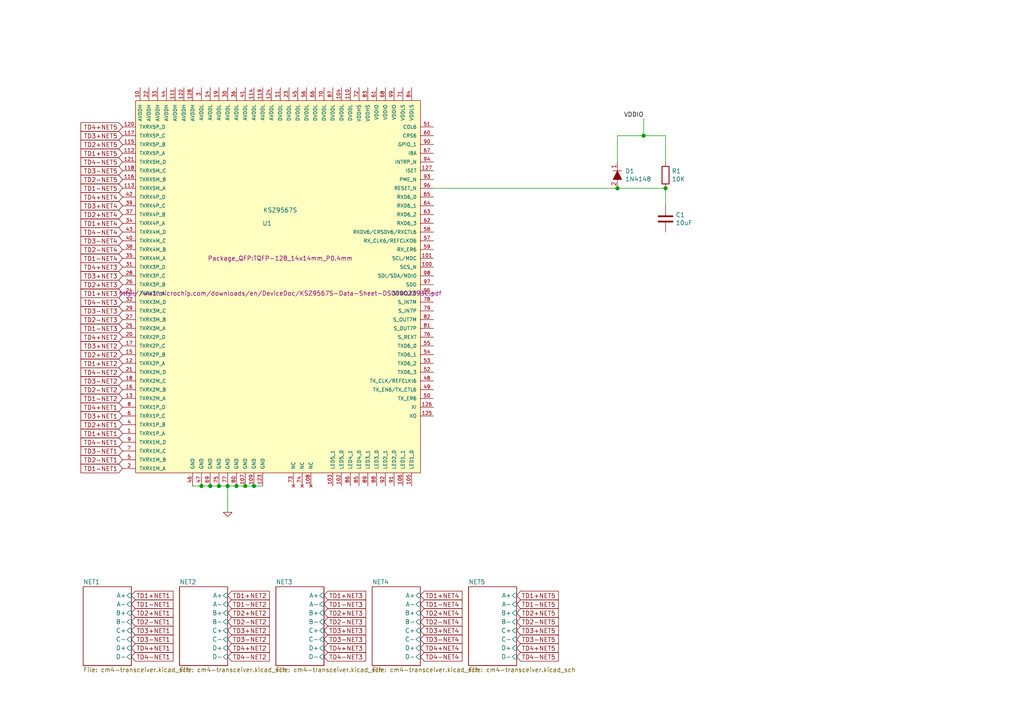
<source format=kicad_sch>
(kicad_sch (version 20201015) (generator eeschema)

  (page 1 11)

  (paper "A4")

  (title_block
    (title "CM4 Cluster Board")
    (date "2020-10-26")
    (rev "Vers. 0.1")
  )

  (lib_symbols
    (symbol "CM4CB:KSZ9567S" (pin_names (offset 1.016)) (in_bom yes) (on_board yes)
      (property "Reference" "U" (id 0) (at -5.08 43.18 0)
        (effects (font (size 1.27 1.27)))
      )
      (property "Value" "KSZ9567S" (id 1) (at -1.27 45.72 0)
        (effects (font (size 1.27 1.27)))
      )
      (property "Footprint" "Package_QFP:TQFP-128_14x14mm_P0.4mm" (id 2) (at 0 39.37 0)
        (effects (font (size 1.27 1.27)))
      )
      (property "Datasheet" "" (id 3) (at 1.27 -3.81 0)
        (effects (font (size 1.27 1.27)))
      )
      (symbol "KSZ9567S_0_1"
        (rectangle (start -41.91 57.15) (end 40.64 -50.8)
          (stroke (width 0)) (fill (type background))
        )
      )
      (symbol "KSZ9567S_1_1"
        (pin passive line (at -45.72 -39.37 0) (length 3.81)
          (name "TXRX1P_A" (effects (font (size 1.016 1.016))))
          (number "1" (effects (font (size 1.016 1.016))))
        )
        (pin power_in line (at -40.64 60.96 270) (length 3.81)
          (name "AVDDH" (effects (font (size 1.016 1.016))))
          (number "10" (effects (font (size 1.016 1.016))))
        )
        (pin bidirectional line (at 44.45 8.89 180) (length 3.81)
          (name "SCS_N" (effects (font (size 1.016 1.016))))
          (number "100" (effects (font (size 1.016 1.016))))
        )
        (pin bidirectional line (at 44.45 11.43 180) (length 3.81)
          (name "SCL/MDC" (effects (font (size 1.016 1.016))))
          (number "101" (effects (font (size 1.016 1.016))))
        )
        (pin output line (at 17.78 -54.61 90) (length 3.81)
          (name "LED5_0" (effects (font (size 1.016 1.016))))
          (number "102" (effects (font (size 1.016 1.016))))
        )
        (pin output line (at 15.24 -54.61 90) (length 3.81)
          (name "LED5_1" (effects (font (size 1.016 1.016))))
          (number "103" (effects (font (size 1.016 1.016))))
        )
        (pin power_in line (at 17.78 60.96 270) (length 3.81)
          (name "DVDDL" (effects (font (size 1.016 1.016))))
          (number "104" (effects (font (size 1.016 1.016))))
        )
        (pin output line (at 38.1 -54.61 90) (length 3.81)
          (name "LED1_0" (effects (font (size 1.016 1.016))))
          (number "105" (effects (font (size 1.016 1.016))))
        )
        (pin output line (at 35.56 -54.61 90) (length 3.81)
          (name "LED1_1" (effects (font (size 1.016 1.016))))
          (number "106" (effects (font (size 1.016 1.016))))
        )
        (pin power_in line (at -10.16 -54.61 90) (length 3.81)
          (name "GND" (effects (font (size 1.016 1.016))))
          (number "107" (effects (font (size 1.016 1.016))))
        )
        (pin unconnected line (at 8.89 -54.61 90) (length 3.81)
          (name "NC" (effects (font (size 1.016 1.016))))
          (number "108" (effects (font (size 1.016 1.016))))
        )
        (pin power_in line (at -7.62 -54.61 90) (length 3.81)
          (name "GND" (effects (font (size 1.016 1.016))))
          (number "109" (effects (font (size 1.016 1.016))))
        )
        (pin power_in line (at 0 60.96 270) (length 3.81)
          (name "DVDDL" (effects (font (size 1.016 1.016))))
          (number "11" (effects (font (size 1.016 1.016))))
        )
        (pin power_in line (at 20.32 60.96 270) (length 3.81)
          (name "DVDDL" (effects (font (size 1.016 1.016))))
          (number "110" (effects (font (size 1.016 1.016))))
        )
        (pin power_in line (at -30.48 60.96 270) (length 3.81)
          (name "AVDDH" (effects (font (size 1.016 1.016))))
          (number "111" (effects (font (size 1.016 1.016))))
        )
        (pin passive line (at -45.72 41.91 0) (length 3.81)
          (name "TXRX5P_A" (effects (font (size 1.016 1.016))))
          (number "112" (effects (font (size 1.016 1.016))))
        )
        (pin passive line (at -45.72 31.75 0) (length 3.81)
          (name "TXRX5M_A" (effects (font (size 1.016 1.016))))
          (number "113" (effects (font (size 1.016 1.016))))
        )
        (pin power_in line (at -7.62 60.96 270) (length 3.81)
          (name "AVDDL" (effects (font (size 1.016 1.016))))
          (number "114" (effects (font (size 1.016 1.016))))
        )
        (pin passive line (at -45.72 44.45 0) (length 3.81)
          (name "TXRX5P_B" (effects (font (size 1.016 1.016))))
          (number "115" (effects (font (size 1.016 1.016))))
        )
        (pin passive line (at -45.72 34.29 0) (length 3.81)
          (name "TXRX5M_B" (effects (font (size 1.016 1.016))))
          (number "116" (effects (font (size 1.016 1.016))))
        )
        (pin passive line (at -45.72 46.99 0) (length 3.81)
          (name "TXRX5P_C" (effects (font (size 1.016 1.016))))
          (number "117" (effects (font (size 1.016 1.016))))
        )
        (pin passive line (at -45.72 36.83 0) (length 3.81)
          (name "TXRX5M_C" (effects (font (size 1.016 1.016))))
          (number "118" (effects (font (size 1.016 1.016))))
        )
        (pin power_in line (at -5.08 60.96 270) (length 3.81)
          (name "AVDDL" (effects (font (size 1.016 1.016))))
          (number "119" (effects (font (size 1.016 1.016))))
        )
        (pin passive line (at -45.72 -19.05 0) (length 3.81)
          (name "TXRX2P_A" (effects (font (size 1.016 1.016))))
          (number "12" (effects (font (size 1.016 1.016))))
        )
        (pin passive line (at -45.72 49.53 0) (length 3.81)
          (name "TXRX5P_D" (effects (font (size 1.016 1.016))))
          (number "120" (effects (font (size 1.016 1.016))))
        )
        (pin passive line (at -45.72 39.37 0) (length 3.81)
          (name "TXRX5M_D" (effects (font (size 1.016 1.016))))
          (number "121" (effects (font (size 1.016 1.016))))
        )
        (pin power_in line (at -27.94 60.96 270) (length 3.81)
          (name "AVDDH" (effects (font (size 1.016 1.016))))
          (number "122" (effects (font (size 1.016 1.016))))
        )
        (pin power_in line (at -5.08 -54.61 90) (length 3.81)
          (name "GND" (effects (font (size 1.016 1.016))))
          (number "123" (effects (font (size 1.016 1.016))))
        )
        (pin power_in line (at -2.54 60.96 270) (length 3.81)
          (name "AVDDL" (effects (font (size 1.016 1.016))))
          (number "124" (effects (font (size 1.016 1.016))))
        )
        (pin passive line (at 44.45 -34.29 180) (length 3.81)
          (name "XO" (effects (font (size 1.016 1.016))))
          (number "125" (effects (font (size 1.016 1.016))))
        )
        (pin passive line (at 44.45 -31.75 180) (length 3.81)
          (name "XI" (effects (font (size 1.016 1.016))))
          (number "126" (effects (font (size 1.016 1.016))))
        )
        (pin passive line (at 44.45 36.83 180) (length 3.81)
          (name "ISET" (effects (font (size 1.016 1.016))))
          (number "127" (effects (font (size 1.016 1.016))))
        )
        (pin power_in line (at -25.4 60.96 270) (length 3.81)
          (name "AVDDH" (effects (font (size 1.016 1.016))))
          (number "128" (effects (font (size 1.016 1.016))))
        )
        (pin passive line (at -45.72 -29.21 0) (length 3.81)
          (name "TXRX2M_A" (effects (font (size 1.016 1.016))))
          (number "13" (effects (font (size 1.016 1.016))))
        )
        (pin power_in line (at -20.32 60.96 270) (length 3.81)
          (name "AVDDL" (effects (font (size 1.016 1.016))))
          (number "14" (effects (font (size 1.016 1.016))))
        )
        (pin passive line (at -45.72 -16.51 0) (length 3.81)
          (name "TXRX2P_B" (effects (font (size 1.016 1.016))))
          (number "15" (effects (font (size 1.016 1.016))))
        )
        (pin passive line (at -45.72 -26.67 0) (length 3.81)
          (name "TXRX2M_B" (effects (font (size 1.016 1.016))))
          (number "16" (effects (font (size 1.016 1.016))))
        )
        (pin passive line (at -45.72 -13.97 0) (length 3.81)
          (name "TXRX2P_C" (effects (font (size 1.016 1.016))))
          (number "17" (effects (font (size 1.016 1.016))))
        )
        (pin passive line (at -45.72 -24.13 0) (length 3.81)
          (name "TXRX2M_C" (effects (font (size 1.016 1.016))))
          (number "18" (effects (font (size 1.016 1.016))))
        )
        (pin power_in line (at -17.78 60.96 270) (length 3.81)
          (name "AVDDL" (effects (font (size 1.016 1.016))))
          (number "19" (effects (font (size 1.016 1.016))))
        )
        (pin passive line (at -45.72 -49.53 0) (length 3.81)
          (name "TXRX1M_A" (effects (font (size 1.016 1.016))))
          (number "2" (effects (font (size 1.016 1.016))))
        )
        (pin passive line (at -45.72 -11.43 0) (length 3.81)
          (name "TXRX2P_D" (effects (font (size 1.016 1.016))))
          (number "20" (effects (font (size 1.016 1.016))))
        )
        (pin passive line (at -45.72 -21.59 0) (length 3.81)
          (name "TXRX2M_D" (effects (font (size 1.016 1.016))))
          (number "21" (effects (font (size 1.016 1.016))))
        )
        (pin power_in line (at -38.1 60.96 270) (length 3.81)
          (name "AVDDH" (effects (font (size 1.016 1.016))))
          (number "22" (effects (font (size 1.016 1.016))))
        )
        (pin power_in line (at 2.54 60.96 270) (length 3.81)
          (name "DVDDL" (effects (font (size 1.016 1.016))))
          (number "23" (effects (font (size 1.016 1.016))))
        )
        (pin passive line (at -45.72 1.27 0) (length 3.81)
          (name "TXRX3P_A" (effects (font (size 1.016 1.016))))
          (number "24" (effects (font (size 1.016 1.016))))
        )
        (pin passive line (at -45.72 -8.89 0) (length 3.81)
          (name "TXRX3M_A" (effects (font (size 1.016 1.016))))
          (number "25" (effects (font (size 1.016 1.016))))
        )
        (pin passive line (at -45.72 3.81 0) (length 3.81)
          (name "TXRX3P_B" (effects (font (size 1.016 1.016))))
          (number "26" (effects (font (size 1.016 1.016))))
        )
        (pin passive line (at -45.72 -6.35 0) (length 3.81)
          (name "TXRX3M_B" (effects (font (size 1.016 1.016))))
          (number "27" (effects (font (size 1.016 1.016))))
        )
        (pin passive line (at -45.72 6.35 0) (length 3.81)
          (name "TXRX3P_C" (effects (font (size 1.016 1.016))))
          (number "28" (effects (font (size 1.016 1.016))))
        )
        (pin passive line (at -45.72 -3.81 0) (length 3.81)
          (name "TXRX3M_C" (effects (font (size 1.016 1.016))))
          (number "29" (effects (font (size 1.016 1.016))))
        )
        (pin power_in line (at -22.86 60.96 270) (length 3.81)
          (name "AVDDL" (effects (font (size 1.016 1.016))))
          (number "3" (effects (font (size 1.016 1.016))))
        )
        (pin power_in line (at -15.24 60.96 270) (length 3.81)
          (name "AVDDL" (effects (font (size 1.016 1.016))))
          (number "30" (effects (font (size 1.016 1.016))))
        )
        (pin passive line (at -45.72 8.89 0) (length 3.81)
          (name "TXRX3P_D" (effects (font (size 1.016 1.016))))
          (number "31" (effects (font (size 1.016 1.016))))
        )
        (pin passive line (at -45.72 -1.27 0) (length 3.81)
          (name "TXRX3M_D" (effects (font (size 1.016 1.016))))
          (number "32" (effects (font (size 1.016 1.016))))
        )
        (pin power_in line (at -35.56 60.96 270) (length 3.81)
          (name "AVDDH" (effects (font (size 1.016 1.016))))
          (number "33" (effects (font (size 1.016 1.016))))
        )
        (pin passive line (at -45.72 21.59 0) (length 3.81)
          (name "TXRX4P_A" (effects (font (size 1.016 1.016))))
          (number "34" (effects (font (size 1.016 1.016))))
        )
        (pin passive line (at -45.72 11.43 0) (length 3.81)
          (name "TXRX4M_A" (effects (font (size 1.016 1.016))))
          (number "35" (effects (font (size 1.016 1.016))))
        )
        (pin power_in line (at -12.7 60.96 270) (length 3.81)
          (name "AVDDL" (effects (font (size 1.016 1.016))))
          (number "36" (effects (font (size 1.016 1.016))))
        )
        (pin passive line (at -45.72 24.13 0) (length 3.81)
          (name "TXRX4P_B" (effects (font (size 1.016 1.016))))
          (number "37" (effects (font (size 1.016 1.016))))
        )
        (pin passive line (at -45.72 13.97 0) (length 3.81)
          (name "TXRX4M_B" (effects (font (size 1.016 1.016))))
          (number "38" (effects (font (size 1.016 1.016))))
        )
        (pin passive line (at -45.72 26.67 0) (length 3.81)
          (name "TXRX4P_C" (effects (font (size 1.016 1.016))))
          (number "39" (effects (font (size 1.016 1.016))))
        )
        (pin passive line (at -45.72 -36.83 0) (length 3.81)
          (name "TXRX1P_B" (effects (font (size 1.016 1.016))))
          (number "4" (effects (font (size 1.016 1.016))))
        )
        (pin passive line (at -45.72 16.51 0) (length 3.81)
          (name "TXRX4M_C" (effects (font (size 1.016 1.016))))
          (number "40" (effects (font (size 1.016 1.016))))
        )
        (pin power_in line (at -10.16 60.96 270) (length 3.81)
          (name "AVDDL" (effects (font (size 1.016 1.016))))
          (number "41" (effects (font (size 1.016 1.016))))
        )
        (pin passive line (at -45.72 29.21 0) (length 3.81)
          (name "TXRX4P_D" (effects (font (size 1.016 1.016))))
          (number "42" (effects (font (size 1.016 1.016))))
        )
        (pin passive line (at -45.72 19.05 0) (length 3.81)
          (name "TXRX4M_D" (effects (font (size 1.016 1.016))))
          (number "43" (effects (font (size 1.016 1.016))))
        )
        (pin power_in line (at -33.02 60.96 270) (length 3.81)
          (name "AVDDH" (effects (font (size 1.016 1.016))))
          (number "44" (effects (font (size 1.016 1.016))))
        )
        (pin power_in line (at 5.08 60.96 270) (length 3.81)
          (name "DVDDL" (effects (font (size 1.016 1.016))))
          (number "45" (effects (font (size 1.016 1.016))))
        )
        (pin power_in line (at -25.4 -54.61 90) (length 3.81)
          (name "GND" (effects (font (size 1.016 1.016))))
          (number "46" (effects (font (size 1.016 1.016))))
        )
        (pin power_in line (at -22.86 -54.61 90) (length 3.81)
          (name "GND" (effects (font (size 1.016 1.016))))
          (number "47" (effects (font (size 1.016 1.016))))
        )
        (pin bidirectional line (at 44.45 -24.13 180) (length 3.81)
          (name "TX_CLK/REFCLKI6" (effects (font (size 1.016 1.016))))
          (number "48" (effects (font (size 1.016 1.016))))
        )
        (pin bidirectional line (at 44.45 -26.67 180) (length 3.81)
          (name "TX_EN6/TX_CTL6" (effects (font (size 1.016 1.016))))
          (number "49" (effects (font (size 1.016 1.016))))
        )
        (pin passive line (at -45.72 -46.99 0) (length 3.81)
          (name "TXRX1M_B" (effects (font (size 1.016 1.016))))
          (number "5" (effects (font (size 1.016 1.016))))
        )
        (pin bidirectional line (at 44.45 -29.21 180) (length 3.81)
          (name "TX_ER6" (effects (font (size 1.016 1.016))))
          (number "50" (effects (font (size 1.016 1.016))))
        )
        (pin bidirectional line (at 44.45 49.53 180) (length 3.81)
          (name "COL6" (effects (font (size 1.016 1.016))))
          (number "51" (effects (font (size 1.016 1.016))))
        )
        (pin bidirectional line (at 44.45 -21.59 180) (length 3.81)
          (name "TXD6_3" (effects (font (size 1.016 1.016))))
          (number "52" (effects (font (size 1.016 1.016))))
        )
        (pin bidirectional line (at 44.45 -19.05 180) (length 3.81)
          (name "TXD6_2" (effects (font (size 1.016 1.016))))
          (number "53" (effects (font (size 1.016 1.016))))
        )
        (pin bidirectional line (at 44.45 -16.51 180) (length 3.81)
          (name "TXD6_1" (effects (font (size 1.016 1.016))))
          (number "54" (effects (font (size 1.016 1.016))))
        )
        (pin bidirectional line (at 44.45 -13.97 180) (length 3.81)
          (name "TXD6_0" (effects (font (size 1.016 1.016))))
          (number "55" (effects (font (size 1.016 1.016))))
        )
        (pin power_in line (at 7.62 60.96 270) (length 3.81)
          (name "DVDDL" (effects (font (size 1.016 1.016))))
          (number "56" (effects (font (size 1.016 1.016))))
        )
        (pin bidirectional line (at 44.45 16.51 180) (length 3.81)
          (name "RX_CLK6/REFCLKO6" (effects (font (size 1.016 1.016))))
          (number "57" (effects (font (size 1.016 1.016))))
        )
        (pin bidirectional line (at 44.45 19.05 180) (length 3.81)
          (name "RXDV6/CRSDV6/RXCTL6" (effects (font (size 1.016 1.016))))
          (number "58" (effects (font (size 1.016 1.016))))
        )
        (pin bidirectional line (at 44.45 13.97 180) (length 3.81)
          (name "RX_ER6" (effects (font (size 1.016 1.016))))
          (number "59" (effects (font (size 1.016 1.016))))
        )
        (pin passive line (at -45.72 -34.29 0) (length 3.81)
          (name "TXRX1P_C" (effects (font (size 1.016 1.016))))
          (number "6" (effects (font (size 1.016 1.016))))
        )
        (pin bidirectional line (at 44.45 46.99 180) (length 3.81)
          (name "CRS6" (effects (font (size 1.016 1.016))))
          (number "60" (effects (font (size 1.016 1.016))))
        )
        (pin power_in line (at 27.94 60.96 270) (length 3.81)
          (name "VDDIO" (effects (font (size 1.016 1.016))))
          (number "61" (effects (font (size 1.016 1.016))))
        )
        (pin bidirectional line (at 44.45 21.59 180) (length 3.81)
          (name "RXD6_3" (effects (font (size 1.016 1.016))))
          (number "62" (effects (font (size 1.016 1.016))))
        )
        (pin bidirectional line (at 44.45 24.13 180) (length 3.81)
          (name "RXD6_2" (effects (font (size 1.016 1.016))))
          (number "63" (effects (font (size 1.016 1.016))))
        )
        (pin bidirectional line (at 44.45 26.67 180) (length 3.81)
          (name "RXD6_1" (effects (font (size 1.016 1.016))))
          (number "64" (effects (font (size 1.016 1.016))))
        )
        (pin bidirectional line (at 44.45 29.21 180) (length 3.81)
          (name "RXD6_0" (effects (font (size 1.016 1.016))))
          (number "65" (effects (font (size 1.016 1.016))))
        )
        (pin power_in line (at 10.16 60.96 270) (length 3.81)
          (name "DVDDL" (effects (font (size 1.016 1.016))))
          (number "66" (effects (font (size 1.016 1.016))))
        )
        (pin bidirectional line (at 44.45 41.91 180) (length 3.81)
          (name "IBA" (effects (font (size 1.016 1.016))))
          (number "67" (effects (font (size 1.016 1.016))))
        )
        (pin power_in line (at 30.48 60.96 270) (length 3.81)
          (name "VDDIO" (effects (font (size 1.016 1.016))))
          (number "68" (effects (font (size 1.016 1.016))))
        )
        (pin power_in line (at -20.32 -54.61 90) (length 3.81)
          (name "GND" (effects (font (size 1.016 1.016))))
          (number "69" (effects (font (size 1.016 1.016))))
        )
        (pin passive line (at -45.72 -44.45 0) (length 3.81)
          (name "TXRX1M_C" (effects (font (size 1.016 1.016))))
          (number "7" (effects (font (size 1.016 1.016))))
        )
        (pin power_in line (at 12.7 60.96 270) (length 3.81)
          (name "DVDDL" (effects (font (size 1.016 1.016))))
          (number "70" (effects (font (size 1.016 1.016))))
        )
        (pin power_in line (at 35.56 60.96 270) (length 3.81)
          (name "VDDLS" (effects (font (size 1.016 1.016))))
          (number "71" (effects (font (size 1.016 1.016))))
        )
        (pin power_in line (at 22.86 60.96 270) (length 3.81)
          (name "VDDHS" (effects (font (size 1.016 1.016))))
          (number "72" (effects (font (size 1.016 1.016))))
        )
        (pin unconnected line (at 3.81 -54.61 90) (length 3.81)
          (name "NC" (effects (font (size 1.016 1.016))))
          (number "73" (effects (font (size 1.016 1.016))))
        )
        (pin unconnected line (at 6.35 -54.61 90) (length 3.81)
          (name "NC" (effects (font (size 1.016 1.016))))
          (number "74" (effects (font (size 1.016 1.016))))
        )
        (pin power_in line (at -17.78 -54.61 90) (length 3.81)
          (name "GND" (effects (font (size 1.016 1.016))))
          (number "75" (effects (font (size 1.016 1.016))))
        )
        (pin passive line (at 44.45 -11.43 180) (length 3.81)
          (name "S_REXT" (effects (font (size 1.016 1.016))))
          (number "76" (effects (font (size 1.016 1.016))))
        )
        (pin power_in line (at -15.24 -54.61 90) (length 3.81)
          (name "GND" (effects (font (size 1.016 1.016))))
          (number "77" (effects (font (size 1.016 1.016))))
        )
        (pin passive line (at 44.45 -1.27 180) (length 3.81)
          (name "S_IN7M" (effects (font (size 1.016 1.016))))
          (number "78" (effects (font (size 1.016 1.016))))
        )
        (pin passive line (at 44.45 -3.81 180) (length 3.81)
          (name "S_IN7P" (effects (font (size 1.016 1.016))))
          (number "79" (effects (font (size 1.016 1.016))))
        )
        (pin passive line (at -45.72 -31.75 0) (length 3.81)
          (name "TXRX1P_D" (effects (font (size 1.016 1.016))))
          (number "8" (effects (font (size 1.016 1.016))))
        )
        (pin power_in line (at -12.7 -54.61 90) (length 3.81)
          (name "GND" (effects (font (size 1.016 1.016))))
          (number "80" (effects (font (size 1.016 1.016))))
        )
        (pin passive line (at 44.45 -8.89 180) (length 3.81)
          (name "S_OUT7P" (effects (font (size 1.016 1.016))))
          (number "81" (effects (font (size 1.016 1.016))))
        )
        (pin passive line (at 44.45 -6.35 180) (length 3.81)
          (name "S_OUT7M" (effects (font (size 1.016 1.016))))
          (number "82" (effects (font (size 1.016 1.016))))
        )
        (pin power_in line (at 25.4 60.96 270) (length 3.81)
          (name "VDDHS" (effects (font (size 1.016 1.016))))
          (number "83" (effects (font (size 1.016 1.016))))
        )
        (pin power_in line (at 38.1 60.96 270) (length 3.81)
          (name "VDDLS" (effects (font (size 1.016 1.016))))
          (number "84" (effects (font (size 1.016 1.016))))
        )
        (pin output line (at 22.86 -54.61 90) (length 3.81)
          (name "LED4_0" (effects (font (size 1.016 1.016))))
          (number "85" (effects (font (size 1.016 1.016))))
        )
        (pin output line (at 20.32 -54.61 90) (length 3.81)
          (name "LED4_1" (effects (font (size 1.016 1.016))))
          (number "86" (effects (font (size 1.016 1.016))))
        )
        (pin power_in line (at 15.24 60.96 270) (length 3.81)
          (name "DVDDL" (effects (font (size 1.016 1.016))))
          (number "87" (effects (font (size 1.016 1.016))))
        )
        (pin output line (at 27.94 -54.61 90) (length 3.81)
          (name "LED3_0" (effects (font (size 1.016 1.016))))
          (number "88" (effects (font (size 1.016 1.016))))
        )
        (pin output line (at 25.4 -54.61 90) (length 3.81)
          (name "LED3_1" (effects (font (size 1.016 1.016))))
          (number "89" (effects (font (size 1.016 1.016))))
        )
        (pin passive line (at -45.72 -41.91 0) (length 3.81)
          (name "TXRX1M_D" (effects (font (size 1.016 1.016))))
          (number "9" (effects (font (size 1.016 1.016))))
        )
        (pin bidirectional line (at 44.45 44.45 180) (length 3.81)
          (name "GPIO_1" (effects (font (size 1.016 1.016))))
          (number "90" (effects (font (size 1.016 1.016))))
        )
        (pin output line (at 33.02 -54.61 90) (length 3.81)
          (name "LED2_0" (effects (font (size 1.016 1.016))))
          (number "91" (effects (font (size 1.016 1.016))))
        )
        (pin output line (at 30.48 -54.61 90) (length 3.81)
          (name "LED2_1" (effects (font (size 1.016 1.016))))
          (number "92" (effects (font (size 1.016 1.016))))
        )
        (pin bidirectional line (at 44.45 34.29 180) (length 3.81)
          (name "PME_N" (effects (font (size 1.016 1.016))))
          (number "93" (effects (font (size 1.016 1.016))))
        )
        (pin bidirectional line (at 44.45 39.37 180) (length 3.81)
          (name "INTRP_N" (effects (font (size 1.016 1.016))))
          (number "94" (effects (font (size 1.016 1.016))))
        )
        (pin bidirectional line (at 44.45 1.27 180) (length 3.81)
          (name "SYNCLKO" (effects (font (size 1.016 1.016))))
          (number "95" (effects (font (size 1.016 1.016))))
        )
        (pin bidirectional line (at 44.45 31.75 180) (length 3.81)
          (name "RESET_N" (effects (font (size 1.016 1.016))))
          (number "96" (effects (font (size 1.016 1.016))))
        )
        (pin bidirectional line (at 44.45 3.81 180) (length 3.81)
          (name "SDO" (effects (font (size 1.016 1.016))))
          (number "97" (effects (font (size 1.016 1.016))))
        )
        (pin bidirectional line (at 44.45 6.35 180) (length 3.81)
          (name "SDI/SDA/MDIO" (effects (font (size 1.016 1.016))))
          (number "98" (effects (font (size 1.016 1.016))))
        )
        (pin power_in line (at 33.02 60.96 270) (length 3.81)
          (name "VDDIO" (effects (font (size 1.016 1.016))))
          (number "99" (effects (font (size 1.016 1.016))))
        )
      )
    )
    (symbol "Device:C" (pin_numbers hide) (pin_names (offset 0.254)) (in_bom yes) (on_board yes)
      (property "Reference" "C" (id 0) (at 0.635 2.54 0)
        (effects (font (size 1.27 1.27)) (justify left))
      )
      (property "Value" "C" (id 1) (at 0.635 -2.54 0)
        (effects (font (size 1.27 1.27)) (justify left))
      )
      (property "Footprint" "" (id 2) (at 0.9652 -3.81 0)
        (effects (font (size 1.27 1.27)) hide)
      )
      (property "Datasheet" "~" (id 3) (at 0 0 0)
        (effects (font (size 1.27 1.27)) hide)
      )
      (property "ki_keywords" "cap capacitor" (id 4) (at 0 0 0)
        (effects (font (size 1.27 1.27)) hide)
      )
      (property "ki_description" "Unpolarized capacitor" (id 5) (at 0 0 0)
        (effects (font (size 1.27 1.27)) hide)
      )
      (property "ki_fp_filters" "C_*" (id 6) (at 0 0 0)
        (effects (font (size 1.27 1.27)) hide)
      )
      (symbol "C_0_1"
        (polyline
          (pts
            (xy -2.032 -0.762)
            (xy 2.032 -0.762)
          )
          (stroke (width 0.508)) (fill (type none))
        )
        (polyline
          (pts
            (xy -2.032 0.762)
            (xy 2.032 0.762)
          )
          (stroke (width 0.508)) (fill (type none))
        )
      )
      (symbol "C_1_1"
        (pin passive line (at 0 3.81 270) (length 2.794)
          (name "~" (effects (font (size 1.27 1.27))))
          (number "1" (effects (font (size 1.27 1.27))))
        )
        (pin passive line (at 0 -3.81 90) (length 2.794)
          (name "~" (effects (font (size 1.27 1.27))))
          (number "2" (effects (font (size 1.27 1.27))))
        )
      )
    )
    (symbol "Device:R" (pin_numbers hide) (pin_names (offset 0)) (in_bom yes) (on_board yes)
      (property "Reference" "R" (id 0) (at 2.032 0 90)
        (effects (font (size 1.27 1.27)))
      )
      (property "Value" "R" (id 1) (at 0 0 90)
        (effects (font (size 1.27 1.27)))
      )
      (property "Footprint" "" (id 2) (at -1.778 0 90)
        (effects (font (size 1.27 1.27)) hide)
      )
      (property "Datasheet" "~" (id 3) (at 0 0 0)
        (effects (font (size 1.27 1.27)) hide)
      )
      (property "ki_keywords" "R res resistor" (id 4) (at 0 0 0)
        (effects (font (size 1.27 1.27)) hide)
      )
      (property "ki_description" "Resistor" (id 5) (at 0 0 0)
        (effects (font (size 1.27 1.27)) hide)
      )
      (property "ki_fp_filters" "R_*" (id 6) (at 0 0 0)
        (effects (font (size 1.27 1.27)) hide)
      )
      (symbol "R_0_1"
        (rectangle (start -1.016 -2.54) (end 1.016 2.54)
          (stroke (width 0.254)) (fill (type none))
        )
      )
      (symbol "R_1_1"
        (pin passive line (at 0 3.81 270) (length 1.27)
          (name "~" (effects (font (size 1.27 1.27))))
          (number "1" (effects (font (size 1.27 1.27))))
        )
        (pin passive line (at 0 -3.81 90) (length 1.27)
          (name "~" (effects (font (size 1.27 1.27))))
          (number "2" (effects (font (size 1.27 1.27))))
        )
      )
    )
    (symbol "dk_Diodes-Rectifiers-Single:1N4148" (pin_names (offset 1.016)) (in_bom yes) (on_board yes)
      (property "Reference" "D" (id 0) (at 0 3.81 0)
        (effects (font (size 1.27 1.27)))
      )
      (property "Value" "1N4148" (id 1) (at 1.27 -3.81 0)
        (effects (font (size 1.27 1.27)))
      )
      (property "Footprint" "digikey-footprints:Diode_DO-35_P10mm" (id 2) (at 5.08 5.08 0)
        (effects (font (size 1.524 1.524)) (justify left) hide)
      )
      (property "Datasheet" "https://www.onsemi.com/pub/Collateral/1N914-D.PDF" (id 3) (at 5.08 7.62 0)
        (effects (font (size 1.524 1.524)) (justify left) hide)
      )
      (property "Digi-Key_PN" "1N4148FS-ND" (id 4) (at 5.08 10.16 0)
        (effects (font (size 1.524 1.524)) (justify left) hide)
      )
      (property "MPN" "1N4148" (id 5) (at 5.08 12.7 0)
        (effects (font (size 1.524 1.524)) (justify left) hide)
      )
      (property "Category" "Discrete Semiconductor Products" (id 6) (at 5.08 15.24 0)
        (effects (font (size 1.524 1.524)) (justify left) hide)
      )
      (property "Family" "Diodes - Rectifiers - Single" (id 7) (at 5.08 17.78 0)
        (effects (font (size 1.524 1.524)) (justify left) hide)
      )
      (property "DK_Datasheet_Link" "https://www.onsemi.com/pub/Collateral/1N914-D.PDF" (id 8) (at 5.08 20.32 0)
        (effects (font (size 1.524 1.524)) (justify left) hide)
      )
      (property "DK_Detail_Page" "/product-detail/en/on-semiconductor/1N4148/1N4148FS-ND/458603" (id 9) (at 5.08 22.86 0)
        (effects (font (size 1.524 1.524)) (justify left) hide)
      )
      (property "Description" "DIODE GEN PURP 100V 200MA DO35" (id 10) (at 5.08 25.4 0)
        (effects (font (size 1.524 1.524)) (justify left) hide)
      )
      (property "Manufacturer" "ON Semiconductor" (id 11) (at 5.08 27.94 0)
        (effects (font (size 1.524 1.524)) (justify left) hide)
      )
      (property "Status" "Active" (id 12) (at 5.08 30.48 0)
        (effects (font (size 1.524 1.524)) (justify left) hide)
      )
      (property "ki_keywords" "1N4148FS-ND" (id 13) (at 0 0 0)
        (effects (font (size 1.27 1.27)) hide)
      )
      (property "ki_description" "DIODE GEN PURP 100V 200MA DO35" (id 14) (at 0 0 0)
        (effects (font (size 1.27 1.27)) hide)
      )
      (symbol "1N4148_0_1"
        (polyline
          (pts
            (xy 0 0)
            (xy 2.54 0)
          )
          (stroke (width 0)) (fill (type none))
        )
        (polyline
          (pts
            (xy 0 1.27)
            (xy 0 -1.27)
          )
          (stroke (width 0)) (fill (type none))
        )
        (polyline
          (pts
            (xy 2.54 1.27)
            (xy 2.54 -1.27)
            (xy 0 0)
            (xy 2.54 1.27)
          )
          (stroke (width 0)) (fill (type outline))
        )
      )
      (symbol "1N4148_1_1"
        (pin passive line (at -2.54 0 0) (length 2.54)
          (name "~" (effects (font (size 1.27 1.27))))
          (number "1" (effects (font (size 1.27 1.27))))
        )
        (pin passive line (at 5.08 0 180) (length 2.54)
          (name "~" (effects (font (size 1.27 1.27))))
          (number "2" (effects (font (size 1.27 1.27))))
        )
      )
    )
    (symbol "power:GND" (power) (pin_names (offset 0)) (in_bom yes) (on_board yes)
      (property "Reference" "#PWR" (id 0) (at 0 0 0)
        (effects (font (size 0.762 0.762)) hide)
      )
      (property "Value" "GND" (id 1) (at 0 -1.778 0)
        (effects (font (size 0.762 0.762)) hide)
      )
      (property "Footprint" "" (id 2) (at 0 0 0)
        (effects (font (size 1.27 1.27)) hide)
      )
      (property "Datasheet" "" (id 3) (at 0 0 0)
        (effects (font (size 1.27 1.27)) hide)
      )
      (symbol "GND_0_1"
        (polyline
          (pts
            (xy -1.27 0)
            (xy 0 -1.27)
            (xy 1.27 0)
            (xy -1.27 0)
          )
          (stroke (width 0)) (fill (type none))
        )
      )
      (symbol "GND_1_1"
        (pin power_in line (at 0 0 90) (length 0) hide
          (name "GND" (effects (font (size 0.762 0.762))))
          (number "1" (effects (font (size 0.762 0.762))))
        )
      )
    )
  )


  (junction (at 58.42 140.97) (diameter 1.016) (color 0 0 0 0))
  (junction (at 60.96 140.97) (diameter 1.016) (color 0 0 0 0))
  (junction (at 63.5 140.97) (diameter 1.016) (color 0 0 0 0))
  (junction (at 66.04 140.97) (diameter 1.016) (color 0 0 0 0))
  (junction (at 68.58 140.97) (diameter 1.016) (color 0 0 0 0))
  (junction (at 71.12 140.97) (diameter 1.016) (color 0 0 0 0))
  (junction (at 73.66 140.97) (diameter 1.016) (color 0 0 0 0))
  (junction (at 179.07 54.61) (diameter 1.016) (color 0 0 0 0))
  (junction (at 186.69 39.37) (diameter 1.016) (color 0 0 0 0))
  (junction (at 193.04 54.61) (diameter 1.016) (color 0 0 0 0))

  (wire (pts (xy 55.88 140.97) (xy 58.42 140.97))
    (stroke (width 0) (type solid) (color 0 0 0 0))
  )
  (wire (pts (xy 58.42 140.97) (xy 60.96 140.97))
    (stroke (width 0) (type solid) (color 0 0 0 0))
  )
  (wire (pts (xy 60.96 140.97) (xy 63.5 140.97))
    (stroke (width 0) (type solid) (color 0 0 0 0))
  )
  (wire (pts (xy 63.5 140.97) (xy 66.04 140.97))
    (stroke (width 0) (type solid) (color 0 0 0 0))
  )
  (wire (pts (xy 66.04 140.97) (xy 66.04 148.59))
    (stroke (width 0) (type solid) (color 0 0 0 0))
  )
  (wire (pts (xy 66.04 140.97) (xy 68.58 140.97))
    (stroke (width 0) (type solid) (color 0 0 0 0))
  )
  (wire (pts (xy 68.58 140.97) (xy 71.12 140.97))
    (stroke (width 0) (type solid) (color 0 0 0 0))
  )
  (wire (pts (xy 71.12 140.97) (xy 73.66 140.97))
    (stroke (width 0) (type solid) (color 0 0 0 0))
  )
  (wire (pts (xy 73.66 140.97) (xy 76.2 140.97))
    (stroke (width 0) (type solid) (color 0 0 0 0))
  )
  (wire (pts (xy 125.73 54.61) (xy 179.07 54.61))
    (stroke (width 0) (type solid) (color 0 0 0 0))
  )
  (wire (pts (xy 179.07 39.37) (xy 186.69 39.37))
    (stroke (width 0) (type solid) (color 0 0 0 0))
  )
  (wire (pts (xy 179.07 46.99) (xy 179.07 39.37))
    (stroke (width 0) (type solid) (color 0 0 0 0))
  )
  (wire (pts (xy 179.07 54.61) (xy 193.04 54.61))
    (stroke (width 0) (type solid) (color 0 0 0 0))
  )
  (wire (pts (xy 186.69 34.29) (xy 186.69 39.37))
    (stroke (width 0) (type solid) (color 0 0 0 0))
  )
  (wire (pts (xy 186.69 39.37) (xy 193.04 39.37))
    (stroke (width 0) (type solid) (color 0 0 0 0))
  )
  (wire (pts (xy 193.04 39.37) (xy 193.04 46.99))
    (stroke (width 0) (type solid) (color 0 0 0 0))
  )
  (wire (pts (xy 193.04 54.61) (xy 193.04 59.69))
    (stroke (width 0) (type solid) (color 0 0 0 0))
  )

  (label "VDDIO" (at 186.69 34.29 180)
    (effects (font (size 1.27 1.27)) (justify right bottom))
  )

  (global_label "TD4+NET5" (shape input) (at 35.56 36.83 180)
    (effects (font (size 1.27 1.27)) (justify right))
  )
  (global_label "TD3+NET5" (shape input) (at 35.56 39.37 180)
    (effects (font (size 1.27 1.27)) (justify right))
  )
  (global_label "TD2+NET5" (shape input) (at 35.56 41.91 180)
    (effects (font (size 1.27 1.27)) (justify right))
  )
  (global_label "TD1+NET5" (shape input) (at 35.56 44.45 180)
    (effects (font (size 1.27 1.27)) (justify right))
  )
  (global_label "TD4-NET5" (shape input) (at 35.56 46.99 180)
    (effects (font (size 1.27 1.27)) (justify right))
  )
  (global_label "TD3-NET5" (shape input) (at 35.56 49.53 180)
    (effects (font (size 1.27 1.27)) (justify right))
  )
  (global_label "TD2-NET5" (shape input) (at 35.56 52.07 180)
    (effects (font (size 1.27 1.27)) (justify right))
  )
  (global_label "TD1-NET5" (shape input) (at 35.56 54.61 180)
    (effects (font (size 1.27 1.27)) (justify right))
  )
  (global_label "TD4+NET4" (shape input) (at 35.56 57.15 180)
    (effects (font (size 1.27 1.27)) (justify right))
  )
  (global_label "TD3+NET4" (shape input) (at 35.56 59.69 180)
    (effects (font (size 1.27 1.27)) (justify right))
  )
  (global_label "TD2+NET4" (shape input) (at 35.56 62.23 180)
    (effects (font (size 1.27 1.27)) (justify right))
  )
  (global_label "TD1+NET4" (shape input) (at 35.56 64.77 180)
    (effects (font (size 1.27 1.27)) (justify right))
  )
  (global_label "TD4-NET4" (shape input) (at 35.56 67.31 180)
    (effects (font (size 1.27 1.27)) (justify right))
  )
  (global_label "TD3-NET4" (shape input) (at 35.56 69.85 180)
    (effects (font (size 1.27 1.27)) (justify right))
  )
  (global_label "TD2-NET4" (shape input) (at 35.56 72.39 180)
    (effects (font (size 1.27 1.27)) (justify right))
  )
  (global_label "TD1-NET4" (shape input) (at 35.56 74.93 180)
    (effects (font (size 1.27 1.27)) (justify right))
  )
  (global_label "TD4+NET3" (shape input) (at 35.56 77.47 180)
    (effects (font (size 1.27 1.27)) (justify right))
  )
  (global_label "TD3+NET3" (shape input) (at 35.56 80.01 180)
    (effects (font (size 1.27 1.27)) (justify right))
  )
  (global_label "TD2+NET3" (shape input) (at 35.56 82.55 180)
    (effects (font (size 1.27 1.27)) (justify right))
  )
  (global_label "TD1+NET3" (shape input) (at 35.56 85.09 180)
    (effects (font (size 1.27 1.27)) (justify right))
  )
  (global_label "TD4-NET3" (shape input) (at 35.56 87.63 180)
    (effects (font (size 1.27 1.27)) (justify right))
  )
  (global_label "TD3-NET3" (shape input) (at 35.56 90.17 180)
    (effects (font (size 1.27 1.27)) (justify right))
  )
  (global_label "TD2-NET3" (shape input) (at 35.56 92.71 180)
    (effects (font (size 1.27 1.27)) (justify right))
  )
  (global_label "TD1-NET3" (shape input) (at 35.56 95.25 180)
    (effects (font (size 1.27 1.27)) (justify right))
  )
  (global_label "TD4+NET2" (shape input) (at 35.56 97.79 180)
    (effects (font (size 1.27 1.27)) (justify right))
  )
  (global_label "TD3+NET2" (shape input) (at 35.56 100.33 180)
    (effects (font (size 1.27 1.27)) (justify right))
  )
  (global_label "TD2+NET2" (shape input) (at 35.56 102.87 180)
    (effects (font (size 1.27 1.27)) (justify right))
  )
  (global_label "TD1+NET2" (shape input) (at 35.56 105.41 180)
    (effects (font (size 1.27 1.27)) (justify right))
  )
  (global_label "TD4-NET2" (shape input) (at 35.56 107.95 180)
    (effects (font (size 1.27 1.27)) (justify right))
  )
  (global_label "TD3-NET2" (shape input) (at 35.56 110.49 180)
    (effects (font (size 1.27 1.27)) (justify right))
  )
  (global_label "TD2-NET2" (shape input) (at 35.56 113.03 180)
    (effects (font (size 1.27 1.27)) (justify right))
  )
  (global_label "TD1-NET2" (shape input) (at 35.56 115.57 180)
    (effects (font (size 1.27 1.27)) (justify right))
  )
  (global_label "TD4+NET1" (shape input) (at 35.56 118.11 180)
    (effects (font (size 1.27 1.27)) (justify right))
  )
  (global_label "TD3+NET1" (shape input) (at 35.56 120.65 180)
    (effects (font (size 1.27 1.27)) (justify right))
  )
  (global_label "TD2+NET1" (shape input) (at 35.56 123.19 180)
    (effects (font (size 1.27 1.27)) (justify right))
  )
  (global_label "TD1+NET1" (shape input) (at 35.56 125.73 180)
    (effects (font (size 1.27 1.27)) (justify right))
  )
  (global_label "TD4-NET1" (shape input) (at 35.56 128.27 180)
    (effects (font (size 1.27 1.27)) (justify right))
  )
  (global_label "TD3-NET1" (shape input) (at 35.56 130.81 180)
    (effects (font (size 1.27 1.27)) (justify right))
  )
  (global_label "TD2-NET1" (shape input) (at 35.56 133.35 180)
    (effects (font (size 1.27 1.27)) (justify right))
  )
  (global_label "TD1-NET1" (shape input) (at 35.56 135.89 180)
    (effects (font (size 1.27 1.27)) (justify right))
  )
  (global_label "TD1+NET1" (shape input) (at 38.1 172.72 0)
    (effects (font (size 1.27 1.27)) (justify left))
  )
  (global_label "TD1-NET1" (shape input) (at 38.1 175.26 0)
    (effects (font (size 1.27 1.27)) (justify left))
  )
  (global_label "TD2+NET1" (shape input) (at 38.1 177.8 0)
    (effects (font (size 1.27 1.27)) (justify left))
  )
  (global_label "TD2-NET1" (shape input) (at 38.1 180.34 0)
    (effects (font (size 1.27 1.27)) (justify left))
  )
  (global_label "TD3+NET1" (shape input) (at 38.1 182.88 0)
    (effects (font (size 1.27 1.27)) (justify left))
  )
  (global_label "TD3-NET1" (shape input) (at 38.1 185.42 0)
    (effects (font (size 1.27 1.27)) (justify left))
  )
  (global_label "TD4+NET1" (shape input) (at 38.1 187.96 0)
    (effects (font (size 1.27 1.27)) (justify left))
  )
  (global_label "TD4-NET1" (shape input) (at 38.1 190.5 0)
    (effects (font (size 1.27 1.27)) (justify left))
  )
  (global_label "TD1+NET2" (shape input) (at 66.04 172.72 0)
    (effects (font (size 1.27 1.27)) (justify left))
  )
  (global_label "TD1-NET2" (shape input) (at 66.04 175.26 0)
    (effects (font (size 1.27 1.27)) (justify left))
  )
  (global_label "TD2+NET2" (shape input) (at 66.04 177.8 0)
    (effects (font (size 1.27 1.27)) (justify left))
  )
  (global_label "TD2-NET2" (shape input) (at 66.04 180.34 0)
    (effects (font (size 1.27 1.27)) (justify left))
  )
  (global_label "TD3+NET2" (shape input) (at 66.04 182.88 0)
    (effects (font (size 1.27 1.27)) (justify left))
  )
  (global_label "TD3-NET2" (shape input) (at 66.04 185.42 0)
    (effects (font (size 1.27 1.27)) (justify left))
  )
  (global_label "TD4+NET2" (shape input) (at 66.04 187.96 0)
    (effects (font (size 1.27 1.27)) (justify left))
  )
  (global_label "TD4-NET2" (shape input) (at 66.04 190.5 0)
    (effects (font (size 1.27 1.27)) (justify left))
  )
  (global_label "TD1+NET3" (shape input) (at 93.98 172.72 0)
    (effects (font (size 1.27 1.27)) (justify left))
  )
  (global_label "TD1-NET3" (shape input) (at 93.98 175.26 0)
    (effects (font (size 1.27 1.27)) (justify left))
  )
  (global_label "TD2+NET3" (shape input) (at 93.98 177.8 0)
    (effects (font (size 1.27 1.27)) (justify left))
  )
  (global_label "TD2-NET3" (shape input) (at 93.98 180.34 0)
    (effects (font (size 1.27 1.27)) (justify left))
  )
  (global_label "TD3+NET3" (shape input) (at 93.98 182.88 0)
    (effects (font (size 1.27 1.27)) (justify left))
  )
  (global_label "TD3-NET3" (shape input) (at 93.98 185.42 0)
    (effects (font (size 1.27 1.27)) (justify left))
  )
  (global_label "TD4+NET3" (shape input) (at 93.98 187.96 0)
    (effects (font (size 1.27 1.27)) (justify left))
  )
  (global_label "TD4-NET3" (shape input) (at 93.98 190.5 0)
    (effects (font (size 1.27 1.27)) (justify left))
  )
  (global_label "TD1+NET4" (shape input) (at 121.92 172.72 0)
    (effects (font (size 1.27 1.27)) (justify left))
  )
  (global_label "TD1-NET4" (shape input) (at 121.92 175.26 0)
    (effects (font (size 1.27 1.27)) (justify left))
  )
  (global_label "TD2+NET4" (shape input) (at 121.92 177.8 0)
    (effects (font (size 1.27 1.27)) (justify left))
  )
  (global_label "TD2-NET4" (shape input) (at 121.92 180.34 0)
    (effects (font (size 1.27 1.27)) (justify left))
  )
  (global_label "TD3+NET4" (shape input) (at 121.92 182.88 0)
    (effects (font (size 1.27 1.27)) (justify left))
  )
  (global_label "TD3-NET4" (shape input) (at 121.92 185.42 0)
    (effects (font (size 1.27 1.27)) (justify left))
  )
  (global_label "TD4+NET4" (shape input) (at 121.92 187.96 0)
    (effects (font (size 1.27 1.27)) (justify left))
  )
  (global_label "TD4-NET4" (shape input) (at 121.92 190.5 0)
    (effects (font (size 1.27 1.27)) (justify left))
  )
  (global_label "TD1+NET5" (shape input) (at 149.86 172.72 0)
    (effects (font (size 1.27 1.27)) (justify left))
  )
  (global_label "TD1-NET5" (shape input) (at 149.86 175.26 0)
    (effects (font (size 1.27 1.27)) (justify left))
  )
  (global_label "TD2+NET5" (shape input) (at 149.86 177.8 0)
    (effects (font (size 1.27 1.27)) (justify left))
  )
  (global_label "TD2-NET5" (shape input) (at 149.86 180.34 0)
    (effects (font (size 1.27 1.27)) (justify left))
  )
  (global_label "TD3+NET5" (shape input) (at 149.86 182.88 0)
    (effects (font (size 1.27 1.27)) (justify left))
  )
  (global_label "TD3-NET5" (shape input) (at 149.86 185.42 0)
    (effects (font (size 1.27 1.27)) (justify left))
  )
  (global_label "TD4+NET5" (shape input) (at 149.86 187.96 0)
    (effects (font (size 1.27 1.27)) (justify left))
  )
  (global_label "TD4-NET5" (shape input) (at 149.86 190.5 0)
    (effects (font (size 1.27 1.27)) (justify left))
  )

  (symbol (lib_id "power:GND") (at 66.04 148.59 0) (unit 1)
    (in_bom yes) (on_board yes)
    (uuid "d664e050-e0d6-45ac-bc58-db545a08c7b6")
    (property "Reference" "#PWR?" (id 0) (at 66.04 148.59 0)
      (effects (font (size 0.762 0.762)) hide)
    )
    (property "Value" "GND" (id 1) (at 66.04 150.368 0)
      (effects (font (size 0.762 0.762)) hide)
    )
    (property "Footprint" "" (id 2) (at 66.04 148.59 0)
      (effects (font (size 1.27 1.27)) hide)
    )
    (property "Datasheet" "" (id 3) (at 66.04 148.59 0)
      (effects (font (size 1.27 1.27)) hide)
    )
  )

  (symbol (lib_id "Device:R") (at 193.04 50.8 0) (unit 1)
    (in_bom yes) (on_board yes)
    (uuid "00000000-0000-0000-0000-00005f9971d2")
    (property "Reference" "R1" (id 0) (at 194.818 49.6316 0)
      (effects (font (size 1.27 1.27)) (justify left))
    )
    (property "Value" "10K" (id 1) (at 194.818 51.943 0)
      (effects (font (size 1.27 1.27)) (justify left))
    )
    (property "Footprint" "" (id 2) (at 191.262 50.8 90)
      (effects (font (size 1.27 1.27)) hide)
    )
    (property "Datasheet" "~" (id 3) (at 193.04 50.8 0)
      (effects (font (size 1.27 1.27)) hide)
    )
  )

  (symbol (lib_id "dk_Diodes-Rectifiers-Single:1N4148") (at 179.07 49.53 270) (unit 1)
    (in_bom yes) (on_board yes)
    (uuid "00000000-0000-0000-0000-00005f997e25")
    (property "Reference" "D1" (id 0) (at 181.3052 49.6316 90)
      (effects (font (size 1.27 1.27)) (justify left))
    )
    (property "Value" "1N4148" (id 1) (at 181.3052 51.943 90)
      (effects (font (size 1.27 1.27)) (justify left))
    )
    (property "Footprint" "digikey-footprints:Diode_DO-35_P10mm" (id 2) (at 184.15 54.61 0)
      (effects (font (size 1.524 1.524)) (justify left) hide)
    )
    (property "Datasheet" "https://www.onsemi.com/pub/Collateral/1N914-D.PDF" (id 3) (at 186.69 54.61 0)
      (effects (font (size 1.524 1.524)) (justify left) hide)
    )
    (property "Digi-Key_PN" "1N4148FS-ND" (id 4) (at 189.23 54.61 0)
      (effects (font (size 1.524 1.524)) (justify left) hide)
    )
    (property "MPN" "1N4148" (id 5) (at 191.77 54.61 0)
      (effects (font (size 1.524 1.524)) (justify left) hide)
    )
    (property "Category" "Discrete Semiconductor Products" (id 6) (at 194.31 54.61 0)
      (effects (font (size 1.524 1.524)) (justify left) hide)
    )
    (property "Family" "Diodes - Rectifiers - Single" (id 7) (at 196.85 54.61 0)
      (effects (font (size 1.524 1.524)) (justify left) hide)
    )
    (property "DK_Datasheet_Link" "https://www.onsemi.com/pub/Collateral/1N914-D.PDF" (id 8) (at 199.39 54.61 0)
      (effects (font (size 1.524 1.524)) (justify left) hide)
    )
    (property "DK_Detail_Page" "/product-detail/en/on-semiconductor/1N4148/1N4148FS-ND/458603" (id 9) (at 201.93 54.61 0)
      (effects (font (size 1.524 1.524)) (justify left) hide)
    )
    (property "Description" "DIODE GEN PURP 100V 200MA DO35" (id 10) (at 204.47 54.61 0)
      (effects (font (size 1.524 1.524)) (justify left) hide)
    )
    (property "Manufacturer" "ON Semiconductor" (id 11) (at 207.01 54.61 0)
      (effects (font (size 1.524 1.524)) (justify left) hide)
    )
    (property "Status" "Active" (id 12) (at 209.55 54.61 0)
      (effects (font (size 1.524 1.524)) (justify left) hide)
    )
  )

  (symbol (lib_id "Device:C") (at 193.04 63.5 0) (unit 1)
    (in_bom yes) (on_board yes)
    (uuid "00000000-0000-0000-0000-00005f99678a")
    (property "Reference" "C1" (id 0) (at 195.961 62.3316 0)
      (effects (font (size 1.27 1.27)) (justify left))
    )
    (property "Value" "10uF" (id 1) (at 195.961 64.643 0)
      (effects (font (size 1.27 1.27)) (justify left))
    )
    (property "Footprint" "" (id 2) (at 194.0052 67.31 0)
      (effects (font (size 1.27 1.27)) hide)
    )
    (property "Datasheet" "~" (id 3) (at 193.04 63.5 0)
      (effects (font (size 1.27 1.27)) hide)
    )
  )

  (symbol (lib_id "CM4CB:KSZ9567S") (at 81.28 86.36 0) (unit 1)
    (in_bom yes) (on_board yes)
    (uuid "00000000-0000-0000-0000-00005facecbe")
    (property "Reference" "U1" (id 0) (at 77.47 64.77 0))
    (property "Value" "KSZ9567S" (id 1) (at 81.28 60.96 0))
    (property "Footprint" "Package_QFP:TQFP-128_14x14mm_P0.4mm" (id 2) (at 81.28 74.93 0))
    (property "Datasheet" "http://ww1.microchip.com/downloads/en/DeviceDoc/KSZ9567S-Data-Sheet-DS00002393C.pdf" (id 3) (at 81.28 85.09 0))
  )

  (sheet (at 24.13 170.18) (size 13.97 22.86)
    (stroke (width 0) (type solid) (color 0 0 0 0))
    (fill (color 0 0 0 0.0000))
    (uuid 00000000-0000-0000-0000-00005fb23e15)
    (property "Schaltplanname" "NET1" (id 0) (at 24.13 169.5445 0)
      (effects (font (size 1.27 1.27)) (justify left bottom))
    )
    (property "Dateiname Blatt" "cm4-transceiver.kicad_sch" (id 1) (at 24.13 193.5485 0)
      (effects (font (size 1.27 1.27)) (justify left top))
    )
    (pin "A+" input (at 38.1 172.72 0)
      (effects (font (size 1.27 1.27)) (justify right))
    )
    (pin "A-" input (at 38.1 175.26 0)
      (effects (font (size 1.27 1.27)) (justify right))
    )
    (pin "B+" input (at 38.1 177.8 0)
      (effects (font (size 1.27 1.27)) (justify right))
    )
    (pin "B-" input (at 38.1 180.34 0)
      (effects (font (size 1.27 1.27)) (justify right))
    )
    (pin "C+" input (at 38.1 182.88 0)
      (effects (font (size 1.27 1.27)) (justify right))
    )
    (pin "C-" input (at 38.1 185.42 0)
      (effects (font (size 1.27 1.27)) (justify right))
    )
    (pin "D+" input (at 38.1 187.96 0)
      (effects (font (size 1.27 1.27)) (justify right))
    )
    (pin "D-" input (at 38.1 190.5 0)
      (effects (font (size 1.27 1.27)) (justify right))
    )
  )

  (sheet (at 52.07 170.18) (size 13.97 22.86)
    (stroke (width 0) (type solid) (color 0 0 0 0))
    (fill (color 0 0 0 0.0000))
    (uuid 00000000-0000-0000-0000-00005fb3a076)
    (property "Schaltplanname" "NET2" (id 0) (at 52.07 169.5445 0)
      (effects (font (size 1.27 1.27)) (justify left bottom))
    )
    (property "Dateiname Blatt" "cm4-transceiver.kicad_sch" (id 1) (at 52.07 193.5485 0)
      (effects (font (size 1.27 1.27)) (justify left top))
    )
    (pin "A+" input (at 66.04 172.72 0)
      (effects (font (size 1.27 1.27)) (justify right))
    )
    (pin "A-" input (at 66.04 175.26 0)
      (effects (font (size 1.27 1.27)) (justify right))
    )
    (pin "B+" input (at 66.04 177.8 0)
      (effects (font (size 1.27 1.27)) (justify right))
    )
    (pin "B-" input (at 66.04 180.34 0)
      (effects (font (size 1.27 1.27)) (justify right))
    )
    (pin "C+" input (at 66.04 182.88 0)
      (effects (font (size 1.27 1.27)) (justify right))
    )
    (pin "C-" input (at 66.04 185.42 0)
      (effects (font (size 1.27 1.27)) (justify right))
    )
    (pin "D+" input (at 66.04 187.96 0)
      (effects (font (size 1.27 1.27)) (justify right))
    )
    (pin "D-" input (at 66.04 190.5 0)
      (effects (font (size 1.27 1.27)) (justify right))
    )
  )

  (sheet (at 80.01 170.18) (size 13.97 22.86)
    (stroke (width 0) (type solid) (color 0 0 0 0))
    (fill (color 0 0 0 0.0000))
    (uuid 00000000-0000-0000-0000-00005fb44cbb)
    (property "Schaltplanname" "NET3" (id 0) (at 80.01 169.5445 0)
      (effects (font (size 1.27 1.27)) (justify left bottom))
    )
    (property "Dateiname Blatt" "cm4-transceiver.kicad_sch" (id 1) (at 80.01 193.5485 0)
      (effects (font (size 1.27 1.27)) (justify left top))
    )
    (pin "A+" input (at 93.98 172.72 0)
      (effects (font (size 1.27 1.27)) (justify right))
    )
    (pin "A-" input (at 93.98 175.26 0)
      (effects (font (size 1.27 1.27)) (justify right))
    )
    (pin "B+" input (at 93.98 177.8 0)
      (effects (font (size 1.27 1.27)) (justify right))
    )
    (pin "B-" input (at 93.98 180.34 0)
      (effects (font (size 1.27 1.27)) (justify right))
    )
    (pin "C+" input (at 93.98 182.88 0)
      (effects (font (size 1.27 1.27)) (justify right))
    )
    (pin "C-" input (at 93.98 185.42 0)
      (effects (font (size 1.27 1.27)) (justify right))
    )
    (pin "D+" input (at 93.98 187.96 0)
      (effects (font (size 1.27 1.27)) (justify right))
    )
    (pin "D-" input (at 93.98 190.5 0)
      (effects (font (size 1.27 1.27)) (justify right))
    )
  )

  (sheet (at 107.95 170.18) (size 13.97 22.86)
    (stroke (width 0) (type solid) (color 0 0 0 0))
    (fill (color 0 0 0 0.0000))
    (uuid 00000000-0000-0000-0000-00005fb4627d)
    (property "Schaltplanname" "NET4" (id 0) (at 107.95 169.5445 0)
      (effects (font (size 1.27 1.27)) (justify left bottom))
    )
    (property "Dateiname Blatt" "cm4-transceiver.kicad_sch" (id 1) (at 107.95 193.5485 0)
      (effects (font (size 1.27 1.27)) (justify left top))
    )
    (pin "A+" input (at 121.92 172.72 0)
      (effects (font (size 1.27 1.27)) (justify right))
    )
    (pin "A-" input (at 121.92 175.26 0)
      (effects (font (size 1.27 1.27)) (justify right))
    )
    (pin "B+" input (at 121.92 177.8 0)
      (effects (font (size 1.27 1.27)) (justify right))
    )
    (pin "B-" input (at 121.92 180.34 0)
      (effects (font (size 1.27 1.27)) (justify right))
    )
    (pin "C+" input (at 121.92 182.88 0)
      (effects (font (size 1.27 1.27)) (justify right))
    )
    (pin "C-" input (at 121.92 185.42 0)
      (effects (font (size 1.27 1.27)) (justify right))
    )
    (pin "D+" input (at 121.92 187.96 0)
      (effects (font (size 1.27 1.27)) (justify right))
    )
    (pin "D-" input (at 121.92 190.5 0)
      (effects (font (size 1.27 1.27)) (justify right))
    )
  )

  (sheet (at 135.89 170.18) (size 13.97 22.86)
    (stroke (width 0) (type solid) (color 0 0 0 0))
    (fill (color 0 0 0 0.0000))
    (uuid 00000000-0000-0000-0000-00005fb47026)
    (property "Schaltplanname" "NET5" (id 0) (at 135.89 169.5445 0)
      (effects (font (size 1.27 1.27)) (justify left bottom))
    )
    (property "Dateiname Blatt" "cm4-transceiver.kicad_sch" (id 1) (at 135.89 193.5485 0)
      (effects (font (size 1.27 1.27)) (justify left top))
    )
    (pin "A+" input (at 149.86 172.72 0)
      (effects (font (size 1.27 1.27)) (justify right))
    )
    (pin "A-" input (at 149.86 175.26 0)
      (effects (font (size 1.27 1.27)) (justify right))
    )
    (pin "B+" input (at 149.86 177.8 0)
      (effects (font (size 1.27 1.27)) (justify right))
    )
    (pin "B-" input (at 149.86 180.34 0)
      (effects (font (size 1.27 1.27)) (justify right))
    )
    (pin "C+" input (at 149.86 182.88 0)
      (effects (font (size 1.27 1.27)) (justify right))
    )
    (pin "C-" input (at 149.86 185.42 0)
      (effects (font (size 1.27 1.27)) (justify right))
    )
    (pin "D+" input (at 149.86 187.96 0)
      (effects (font (size 1.27 1.27)) (justify right))
    )
    (pin "D-" input (at 149.86 190.5 0)
      (effects (font (size 1.27 1.27)) (justify right))
    )
  )

  (sheet_instances
    (path "/" (page "1"))
    (path "/00000000-0000-0000-0000-00005fb23e15/" (page "2"))
    (path "/00000000-0000-0000-0000-00005fb23e15/df7379e1-f807-4f77-a60f-8b84df391f0d/" (page "7"))
    (path "/00000000-0000-0000-0000-00005fb3a076/" (page "3"))
    (path "/00000000-0000-0000-0000-00005fb3a076/df7379e1-f807-4f77-a60f-8b84df391f0d/" (page ""))
    (path "/00000000-0000-0000-0000-00005fb44cbb/" (page "4"))
    (path "/00000000-0000-0000-0000-00005fb44cbb/df7379e1-f807-4f77-a60f-8b84df391f0d/" (page ""))
    (path "/00000000-0000-0000-0000-00005fb4627d/" (page "5"))
    (path "/00000000-0000-0000-0000-00005fb4627d/df7379e1-f807-4f77-a60f-8b84df391f0d/" (page ""))
    (path "/00000000-0000-0000-0000-00005fb47026/" (page "6"))
    (path "/00000000-0000-0000-0000-00005fb47026/df7379e1-f807-4f77-a60f-8b84df391f0d/" (page ""))
  )

  (symbol_instances
    (path "/d664e050-e0d6-45ac-bc58-db545a08c7b6"
      (reference "#PWR?") (unit 1) (value "GND") (footprint "")
    )
    (path "/00000000-0000-0000-0000-00005f99678a"
      (reference "C1") (unit 1) (value "10uF") (footprint "")
    )
    (path "/00000000-0000-0000-0000-00005f997e25"
      (reference "D1") (unit 1) (value "1N4148") (footprint "digikey-footprints:Diode_DO-35_P10mm")
    )
    (path "/00000000-0000-0000-0000-00005f9971d2"
      (reference "R1") (unit 1) (value "10K") (footprint "")
    )
    (path "/00000000-0000-0000-0000-00005facecbe"
      (reference "U1") (unit 1) (value "KSZ9567S") (footprint "Package_QFP:TQFP-128_14x14mm_P0.4mm")
    )
    (path "/00000000-0000-0000-0000-00005fb23e15/170c5d27-8db3-4ba4-aaee-be88311ba8d6"
      (reference "#PWR01") (unit 1) (value "GND") (footprint "")
    )
    (path "/00000000-0000-0000-0000-00005fb23e15/00000000-0000-0000-0000-00005fbe33da"
      (reference "C2") (unit 1) (value "0.1uF") (footprint "")
    )
    (path "/00000000-0000-0000-0000-00005fb23e15/00000000-0000-0000-0000-00005fbe2f87"
      (reference "C3") (unit 1) (value "0.1uF") (footprint "")
    )
    (path "/00000000-0000-0000-0000-00005fb23e15/00000000-0000-0000-0000-00005fbe2b37"
      (reference "C4") (unit 1) (value "0.1uF") (footprint "")
    )
    (path "/00000000-0000-0000-0000-00005fb23e15/00000000-0000-0000-0000-00005fbe16e5"
      (reference "C5") (unit 1) (value "0.1uF") (footprint "")
    )
    (path "/00000000-0000-0000-0000-00005fb23e15/3ba79007-75b9-4fd8-a528-5b3f1b9d9f3f"
      (reference "D2") (unit 1) (value "LED Yellow") (footprint "LED_SMD:LED_0603_1608Metric")
    )
    (path "/00000000-0000-0000-0000-00005fb23e15/94ed4d21-d8c4-4d81-80f2-f622359c5e8e"
      (reference "D3") (unit 1) (value "LED Green") (footprint "LED_SMD:LED_0603_1608Metric")
    )
    (path "/00000000-0000-0000-0000-00005fb23e15/ee14bf11-f3b8-46df-9c74-60e697d22421"
      (reference "R2") (unit 1) (value "470R") (footprint "Resistor_SMD:R_0402_1005Metric")
    )
    (path "/00000000-0000-0000-0000-00005fb23e15/2f4e24d6-d8ed-441e-8e8a-338d487e987a"
      (reference "R3") (unit 1) (value "470R") (footprint "Resistor_SMD:R_0402_1005Metric")
    )
    (path "/00000000-0000-0000-0000-00005fb23e15/00000000-0000-0000-0000-00005fb246a9"
      (reference "U2") (unit 1) (value "H5007NL") (footprint "")
    )
    (path "/00000000-0000-0000-0000-00005fb23e15/df7379e1-f807-4f77-a60f-8b84df391f0d/3d65b212-10b0-45f3-be9b-64cd553d34f1"
      (reference "#PWR02") (unit 1) (value "GND") (footprint "")
    )
    (path "/00000000-0000-0000-0000-00005fb23e15/df7379e1-f807-4f77-a60f-8b84df391f0d/80c4cbc9-e474-47f3-b367-f52ad6bacf24"
      (reference "#PWR03") (unit 1) (value "GND") (footprint "")
    )
    (path "/00000000-0000-0000-0000-00005fb23e15/df7379e1-f807-4f77-a60f-8b84df391f0d/8af50dfe-7d01-4d14-a275-e734118c1884"
      (reference "#PWR04") (unit 1) (value "GND") (footprint "")
    )
    (path "/00000000-0000-0000-0000-00005fb23e15/df7379e1-f807-4f77-a60f-8b84df391f0d/c540a468-19b7-4453-8750-c51aeaf31797"
      (reference "#PWR05") (unit 1) (value "GND") (footprint "")
    )
    (path "/00000000-0000-0000-0000-00005fb23e15/df7379e1-f807-4f77-a60f-8b84df391f0d/0bf5a54e-6736-4fdc-a85e-29e6d0e3f0f9"
      (reference "#PWR06") (unit 1) (value "GND") (footprint "")
    )
    (path "/00000000-0000-0000-0000-00005fb23e15/df7379e1-f807-4f77-a60f-8b84df391f0d/b9b8bd9b-b580-4805-b1e9-67709fc836d0"
      (reference "#PWR07") (unit 1) (value "GND") (footprint "")
    )
    (path "/00000000-0000-0000-0000-00005fb23e15/df7379e1-f807-4f77-a60f-8b84df391f0d/5ea0bd8b-7f2e-47d1-92ee-39f894b49100"
      (reference "#PWR08") (unit 1) (value "GND") (footprint "")
    )
    (path "/00000000-0000-0000-0000-00005fb23e15/df7379e1-f807-4f77-a60f-8b84df391f0d/6fb50660-769a-43a1-b0a8-bb35769a0883"
      (reference "#PWR09") (unit 1) (value "GND") (footprint "")
    )
    (path "/00000000-0000-0000-0000-00005fb23e15/df7379e1-f807-4f77-a60f-8b84df391f0d/c85d3511-4871-4005-97d1-4aac0b120d17"
      (reference "#PWR010") (unit 1) (value "GND") (footprint "")
    )
    (path "/00000000-0000-0000-0000-00005fb23e15/df7379e1-f807-4f77-a60f-8b84df391f0d/83132a9d-7d30-4db8-8f28-62706057bf54"
      (reference "#PWR011") (unit 1) (value "GND") (footprint "")
    )
    (path "/00000000-0000-0000-0000-00005fb23e15/df7379e1-f807-4f77-a60f-8b84df391f0d/abecf2d4-9833-408c-8f9e-276e47660512"
      (reference "C6") (unit 1) (value "10u") (footprint "Capacitor_SMD:C_0805_2012Metric")
    )
    (path "/00000000-0000-0000-0000-00005fb23e15/df7379e1-f807-4f77-a60f-8b84df391f0d/a299dd11-2cff-4e41-8308-517a3c7cf6b1"
      (reference "D4") (unit 1) (value "LED Green") (footprint "LED_SMD:LED_0603_1608Metric")
    )
    (path "/00000000-0000-0000-0000-00005fb23e15/df7379e1-f807-4f77-a60f-8b84df391f0d/4745820e-5e40-48a3-bb91-4b1aedc7dfbc"
      (reference "D5") (unit 1) (value "LED Red") (footprint "LED_SMD:LED_0603_1608Metric")
    )
    (path "/00000000-0000-0000-0000-00005fb23e15/df7379e1-f807-4f77-a60f-8b84df391f0d/23a968b4-ba8b-41d4-9b79-c3b7e9f364df"
      (reference "J1") (unit 1) (value "Conn_02x07_Odd_Even") (footprint "Connector_PinHeader_2.54mm:PinHeader_2x07_P2.54mm_Vertical")
    )
    (path "/00000000-0000-0000-0000-00005fb23e15/df7379e1-f807-4f77-a60f-8b84df391f0d/58491ad9-58cb-4c84-867b-b523e8ca3d56"
      (reference "J2") (unit 1) (value "Conn_01x03") (footprint "Connector_PinHeader_2.54mm:PinHeader_1x03_P2.54mm_Vertical")
    )
    (path "/00000000-0000-0000-0000-00005fb23e15/df7379e1-f807-4f77-a60f-8b84df391f0d/3369401b-302b-4837-8f39-673fa724d4dd"
      (reference "J3") (unit 1) (value "Conn_01x03") (footprint "Connector_PinHeader_2.54mm:PinHeader_1x03_P2.54mm_Vertical")
    )
    (path "/00000000-0000-0000-0000-00005fb23e15/df7379e1-f807-4f77-a60f-8b84df391f0d/df72f33a-4d19-4b77-a07f-8101c617e633"
      (reference "J4") (unit 1) (value "Micro_SD_Card_Det") (footprint "CM4IO:SDCARD_MOLEX_503398-1892")
    )
    (path "/00000000-0000-0000-0000-00005fb23e15/df7379e1-f807-4f77-a60f-8b84df391f0d/ae35523a-74c3-435c-ad7f-79247b473f26"
      (reference "J5") (unit 1) (value "THD-20-R") (footprint "Connector_PinHeader_2.54mm:PinHeader_2x20_P2.54mm_Vertical")
    )
    (path "/00000000-0000-0000-0000-00005fb23e15/df7379e1-f807-4f77-a60f-8b84df391f0d/5c1c353c-9070-4aa9-9826-811031ed7e44"
      (reference "Module1") (unit 1) (value "ComputeModule4") (footprint "CM4IO:Raspberry-Pi-4-Compute-Module")
    )
    (path "/00000000-0000-0000-0000-00005fb23e15/df7379e1-f807-4f77-a60f-8b84df391f0d/fe390b11-a114-41d9-b2ac-09b30738279f"
      (reference "R4") (unit 1) (value "1k") (footprint "Resistor_SMD:R_0402_1005Metric")
    )
    (path "/00000000-0000-0000-0000-00005fb23e15/df7379e1-f807-4f77-a60f-8b84df391f0d/a0d23a79-9ac3-4681-b87b-873afe51f170"
      (reference "R5") (unit 1) (value "1k") (footprint "Resistor_SMD:R_0402_1005Metric")
    )
    (path "/00000000-0000-0000-0000-00005fb23e15/df7379e1-f807-4f77-a60f-8b84df391f0d/8b5bf1f4-4224-4818-8845-337cbdfff4dc"
      (reference "R6") (unit 1) (value "nf") (footprint "Resistor_SMD:R_0402_1005Metric")
    )
    (path "/00000000-0000-0000-0000-00005fb23e15/df7379e1-f807-4f77-a60f-8b84df391f0d/7f1861e6-8428-42a1-8934-221eb96bd79a"
      (reference "R7") (unit 1) (value "nf") (footprint "Resistor_SMD:R_0402_1005Metric")
    )
    (path "/00000000-0000-0000-0000-00005fb23e15/df7379e1-f807-4f77-a60f-8b84df391f0d/b398cb43-40ca-474d-b133-6ecec7ebc459"
      (reference "R8") (unit 1) (value "0R") (footprint "Resistor_SMD:R_0805_2012Metric_Pad1.15x1.40mm_HandSolder")
    )
    (path "/00000000-0000-0000-0000-00005fb23e15/df7379e1-f807-4f77-a60f-8b84df391f0d/11e4cd95-262c-444f-bfdf-f4ca07fc4805"
      (reference "R9") (unit 1) (value "nf") (footprint "Resistor_SMD:R_0805_2012Metric_Pad1.15x1.40mm_HandSolder")
    )
    (path "/00000000-0000-0000-0000-00005fb23e15/df7379e1-f807-4f77-a60f-8b84df391f0d/3aad5bec-f5a3-41a3-80de-e1c49fa04a9b"
      (reference "R10") (unit 1) (value "12K 1%") (footprint "Resistor_SMD:R_0402_1005Metric")
    )
    (path "/00000000-0000-0000-0000-00005fb23e15/df7379e1-f807-4f77-a60f-8b84df391f0d/aafd24b3-ab91-4389-87ca-8b9eff743213"
      (reference "TP1") (unit 1) (value "TestPoint") (footprint "TestPoint:TestPoint_Pad_2.0x2.0mm")
    )
    (path "/00000000-0000-0000-0000-00005fb23e15/df7379e1-f807-4f77-a60f-8b84df391f0d/2f935f65-0157-4097-a20f-7530b1f696fd"
      (reference "TP2") (unit 1) (value "TestPoint") (footprint "TestPoint:TestPoint_Pad_2.0x2.0mm")
    )
    (path "/00000000-0000-0000-0000-00005fb23e15/df7379e1-f807-4f77-a60f-8b84df391f0d/c78a5a36-7000-4686-bbfd-a21ab0cbacb9"
      (reference "U3") (unit 1) (value "74LVC1G07SE-7") (footprint "Package_TO_SOT_SMD:SOT-353_SC-70-5")
    )
    (path "/00000000-0000-0000-0000-00005fb23e15/df7379e1-f807-4f77-a60f-8b84df391f0d/f051feae-14ea-4e3e-84b2-104d29714da3"
      (reference "U4") (unit 1) (value "74LVC1G07SE-7") (footprint "Package_TO_SOT_SMD:SOT-353_SC-70-5")
    )
    (path "/00000000-0000-0000-0000-00005fb23e15/df7379e1-f807-4f77-a60f-8b84df391f0d/33e4881f-d1ec-406e-b756-c39104c2c30e"
      (reference "U5") (unit 1) (value "RT9742GGJ5") (footprint "Package_TO_SOT_SMD:SOT-23-5")
    )
    (path "/00000000-0000-0000-0000-00005fb3a076/170c5d27-8db3-4ba4-aaee-be88311ba8d6"
      (reference "#PWR012") (unit 1) (value "GND") (footprint "")
    )
    (path "/00000000-0000-0000-0000-00005fb3a076/00000000-0000-0000-0000-00005fbe33da"
      (reference "C7") (unit 1) (value "0.1uF") (footprint "")
    )
    (path "/00000000-0000-0000-0000-00005fb3a076/00000000-0000-0000-0000-00005fbe2f87"
      (reference "C8") (unit 1) (value "0.1uF") (footprint "")
    )
    (path "/00000000-0000-0000-0000-00005fb3a076/00000000-0000-0000-0000-00005fbe2b37"
      (reference "C9") (unit 1) (value "0.1uF") (footprint "")
    )
    (path "/00000000-0000-0000-0000-00005fb3a076/00000000-0000-0000-0000-00005fbe16e5"
      (reference "C10") (unit 1) (value "0.1uF") (footprint "")
    )
    (path "/00000000-0000-0000-0000-00005fb3a076/3ba79007-75b9-4fd8-a528-5b3f1b9d9f3f"
      (reference "D6") (unit 1) (value "LED Yellow") (footprint "LED_SMD:LED_0603_1608Metric")
    )
    (path "/00000000-0000-0000-0000-00005fb3a076/94ed4d21-d8c4-4d81-80f2-f622359c5e8e"
      (reference "D7") (unit 1) (value "LED Green") (footprint "LED_SMD:LED_0603_1608Metric")
    )
    (path "/00000000-0000-0000-0000-00005fb3a076/ee14bf11-f3b8-46df-9c74-60e697d22421"
      (reference "R11") (unit 1) (value "470R") (footprint "Resistor_SMD:R_0402_1005Metric")
    )
    (path "/00000000-0000-0000-0000-00005fb3a076/2f4e24d6-d8ed-441e-8e8a-338d487e987a"
      (reference "R12") (unit 1) (value "470R") (footprint "Resistor_SMD:R_0402_1005Metric")
    )
    (path "/00000000-0000-0000-0000-00005fb3a076/00000000-0000-0000-0000-00005fb246a9"
      (reference "U6") (unit 1) (value "H5007NL") (footprint "")
    )
    (path "/00000000-0000-0000-0000-00005fb3a076/df7379e1-f807-4f77-a60f-8b84df391f0d/3d65b212-10b0-45f3-be9b-64cd553d34f1"
      (reference "#PWR013") (unit 1) (value "GND") (footprint "")
    )
    (path "/00000000-0000-0000-0000-00005fb3a076/df7379e1-f807-4f77-a60f-8b84df391f0d/80c4cbc9-e474-47f3-b367-f52ad6bacf24"
      (reference "#PWR014") (unit 1) (value "GND") (footprint "")
    )
    (path "/00000000-0000-0000-0000-00005fb3a076/df7379e1-f807-4f77-a60f-8b84df391f0d/8af50dfe-7d01-4d14-a275-e734118c1884"
      (reference "#PWR015") (unit 1) (value "GND") (footprint "")
    )
    (path "/00000000-0000-0000-0000-00005fb3a076/df7379e1-f807-4f77-a60f-8b84df391f0d/c540a468-19b7-4453-8750-c51aeaf31797"
      (reference "#PWR016") (unit 1) (value "GND") (footprint "")
    )
    (path "/00000000-0000-0000-0000-00005fb3a076/df7379e1-f807-4f77-a60f-8b84df391f0d/0bf5a54e-6736-4fdc-a85e-29e6d0e3f0f9"
      (reference "#PWR017") (unit 1) (value "GND") (footprint "")
    )
    (path "/00000000-0000-0000-0000-00005fb3a076/df7379e1-f807-4f77-a60f-8b84df391f0d/b9b8bd9b-b580-4805-b1e9-67709fc836d0"
      (reference "#PWR018") (unit 1) (value "GND") (footprint "")
    )
    (path "/00000000-0000-0000-0000-00005fb3a076/df7379e1-f807-4f77-a60f-8b84df391f0d/5ea0bd8b-7f2e-47d1-92ee-39f894b49100"
      (reference "#PWR019") (unit 1) (value "GND") (footprint "")
    )
    (path "/00000000-0000-0000-0000-00005fb3a076/df7379e1-f807-4f77-a60f-8b84df391f0d/6fb50660-769a-43a1-b0a8-bb35769a0883"
      (reference "#PWR020") (unit 1) (value "GND") (footprint "")
    )
    (path "/00000000-0000-0000-0000-00005fb3a076/df7379e1-f807-4f77-a60f-8b84df391f0d/c85d3511-4871-4005-97d1-4aac0b120d17"
      (reference "#PWR021") (unit 1) (value "GND") (footprint "")
    )
    (path "/00000000-0000-0000-0000-00005fb3a076/df7379e1-f807-4f77-a60f-8b84df391f0d/83132a9d-7d30-4db8-8f28-62706057bf54"
      (reference "#PWR022") (unit 1) (value "GND") (footprint "")
    )
    (path "/00000000-0000-0000-0000-00005fb3a076/df7379e1-f807-4f77-a60f-8b84df391f0d/abecf2d4-9833-408c-8f9e-276e47660512"
      (reference "C11") (unit 1) (value "10u") (footprint "Capacitor_SMD:C_0805_2012Metric")
    )
    (path "/00000000-0000-0000-0000-00005fb3a076/df7379e1-f807-4f77-a60f-8b84df391f0d/a299dd11-2cff-4e41-8308-517a3c7cf6b1"
      (reference "D8") (unit 1) (value "LED Green") (footprint "LED_SMD:LED_0603_1608Metric")
    )
    (path "/00000000-0000-0000-0000-00005fb3a076/df7379e1-f807-4f77-a60f-8b84df391f0d/4745820e-5e40-48a3-bb91-4b1aedc7dfbc"
      (reference "D9") (unit 1) (value "LED Red") (footprint "LED_SMD:LED_0603_1608Metric")
    )
    (path "/00000000-0000-0000-0000-00005fb3a076/df7379e1-f807-4f77-a60f-8b84df391f0d/23a968b4-ba8b-41d4-9b79-c3b7e9f364df"
      (reference "J6") (unit 1) (value "Conn_02x07_Odd_Even") (footprint "Connector_PinHeader_2.54mm:PinHeader_2x07_P2.54mm_Vertical")
    )
    (path "/00000000-0000-0000-0000-00005fb3a076/df7379e1-f807-4f77-a60f-8b84df391f0d/58491ad9-58cb-4c84-867b-b523e8ca3d56"
      (reference "J7") (unit 1) (value "Conn_01x03") (footprint "Connector_PinHeader_2.54mm:PinHeader_1x03_P2.54mm_Vertical")
    )
    (path "/00000000-0000-0000-0000-00005fb3a076/df7379e1-f807-4f77-a60f-8b84df391f0d/3369401b-302b-4837-8f39-673fa724d4dd"
      (reference "J8") (unit 1) (value "Conn_01x03") (footprint "Connector_PinHeader_2.54mm:PinHeader_1x03_P2.54mm_Vertical")
    )
    (path "/00000000-0000-0000-0000-00005fb3a076/df7379e1-f807-4f77-a60f-8b84df391f0d/df72f33a-4d19-4b77-a07f-8101c617e633"
      (reference "J9") (unit 1) (value "Micro_SD_Card_Det") (footprint "CM4IO:SDCARD_MOLEX_503398-1892")
    )
    (path "/00000000-0000-0000-0000-00005fb3a076/df7379e1-f807-4f77-a60f-8b84df391f0d/ae35523a-74c3-435c-ad7f-79247b473f26"
      (reference "J10") (unit 1) (value "THD-20-R") (footprint "Connector_PinHeader_2.54mm:PinHeader_2x20_P2.54mm_Vertical")
    )
    (path "/00000000-0000-0000-0000-00005fb3a076/df7379e1-f807-4f77-a60f-8b84df391f0d/5c1c353c-9070-4aa9-9826-811031ed7e44"
      (reference "Module2") (unit 1) (value "ComputeModule4") (footprint "CM4IO:Raspberry-Pi-4-Compute-Module")
    )
    (path "/00000000-0000-0000-0000-00005fb3a076/df7379e1-f807-4f77-a60f-8b84df391f0d/fe390b11-a114-41d9-b2ac-09b30738279f"
      (reference "R13") (unit 1) (value "1k") (footprint "Resistor_SMD:R_0402_1005Metric")
    )
    (path "/00000000-0000-0000-0000-00005fb3a076/df7379e1-f807-4f77-a60f-8b84df391f0d/a0d23a79-9ac3-4681-b87b-873afe51f170"
      (reference "R14") (unit 1) (value "1k") (footprint "Resistor_SMD:R_0402_1005Metric")
    )
    (path "/00000000-0000-0000-0000-00005fb3a076/df7379e1-f807-4f77-a60f-8b84df391f0d/8b5bf1f4-4224-4818-8845-337cbdfff4dc"
      (reference "R15") (unit 1) (value "nf") (footprint "Resistor_SMD:R_0402_1005Metric")
    )
    (path "/00000000-0000-0000-0000-00005fb3a076/df7379e1-f807-4f77-a60f-8b84df391f0d/7f1861e6-8428-42a1-8934-221eb96bd79a"
      (reference "R16") (unit 1) (value "nf") (footprint "Resistor_SMD:R_0402_1005Metric")
    )
    (path "/00000000-0000-0000-0000-00005fb3a076/df7379e1-f807-4f77-a60f-8b84df391f0d/b398cb43-40ca-474d-b133-6ecec7ebc459"
      (reference "R17") (unit 1) (value "0R") (footprint "Resistor_SMD:R_0805_2012Metric_Pad1.15x1.40mm_HandSolder")
    )
    (path "/00000000-0000-0000-0000-00005fb3a076/df7379e1-f807-4f77-a60f-8b84df391f0d/11e4cd95-262c-444f-bfdf-f4ca07fc4805"
      (reference "R18") (unit 1) (value "nf") (footprint "Resistor_SMD:R_0805_2012Metric_Pad1.15x1.40mm_HandSolder")
    )
    (path "/00000000-0000-0000-0000-00005fb3a076/df7379e1-f807-4f77-a60f-8b84df391f0d/3aad5bec-f5a3-41a3-80de-e1c49fa04a9b"
      (reference "R19") (unit 1) (value "12K 1%") (footprint "Resistor_SMD:R_0402_1005Metric")
    )
    (path "/00000000-0000-0000-0000-00005fb3a076/df7379e1-f807-4f77-a60f-8b84df391f0d/aafd24b3-ab91-4389-87ca-8b9eff743213"
      (reference "TP3") (unit 1) (value "TestPoint") (footprint "TestPoint:TestPoint_Pad_2.0x2.0mm")
    )
    (path "/00000000-0000-0000-0000-00005fb3a076/df7379e1-f807-4f77-a60f-8b84df391f0d/2f935f65-0157-4097-a20f-7530b1f696fd"
      (reference "TP4") (unit 1) (value "TestPoint") (footprint "TestPoint:TestPoint_Pad_2.0x2.0mm")
    )
    (path "/00000000-0000-0000-0000-00005fb3a076/df7379e1-f807-4f77-a60f-8b84df391f0d/c78a5a36-7000-4686-bbfd-a21ab0cbacb9"
      (reference "U7") (unit 1) (value "74LVC1G07SE-7") (footprint "Package_TO_SOT_SMD:SOT-353_SC-70-5")
    )
    (path "/00000000-0000-0000-0000-00005fb3a076/df7379e1-f807-4f77-a60f-8b84df391f0d/f051feae-14ea-4e3e-84b2-104d29714da3"
      (reference "U8") (unit 1) (value "74LVC1G07SE-7") (footprint "Package_TO_SOT_SMD:SOT-353_SC-70-5")
    )
    (path "/00000000-0000-0000-0000-00005fb3a076/df7379e1-f807-4f77-a60f-8b84df391f0d/33e4881f-d1ec-406e-b756-c39104c2c30e"
      (reference "U9") (unit 1) (value "RT9742GGJ5") (footprint "Package_TO_SOT_SMD:SOT-23-5")
    )
    (path "/00000000-0000-0000-0000-00005fb44cbb/170c5d27-8db3-4ba4-aaee-be88311ba8d6"
      (reference "#PWR023") (unit 1) (value "GND") (footprint "")
    )
    (path "/00000000-0000-0000-0000-00005fb44cbb/00000000-0000-0000-0000-00005fbe33da"
      (reference "C12") (unit 1) (value "0.1uF") (footprint "")
    )
    (path "/00000000-0000-0000-0000-00005fb44cbb/00000000-0000-0000-0000-00005fbe2f87"
      (reference "C13") (unit 1) (value "0.1uF") (footprint "")
    )
    (path "/00000000-0000-0000-0000-00005fb44cbb/00000000-0000-0000-0000-00005fbe2b37"
      (reference "C14") (unit 1) (value "0.1uF") (footprint "")
    )
    (path "/00000000-0000-0000-0000-00005fb44cbb/00000000-0000-0000-0000-00005fbe16e5"
      (reference "C15") (unit 1) (value "0.1uF") (footprint "")
    )
    (path "/00000000-0000-0000-0000-00005fb44cbb/3ba79007-75b9-4fd8-a528-5b3f1b9d9f3f"
      (reference "D10") (unit 1) (value "LED Yellow") (footprint "LED_SMD:LED_0603_1608Metric")
    )
    (path "/00000000-0000-0000-0000-00005fb44cbb/94ed4d21-d8c4-4d81-80f2-f622359c5e8e"
      (reference "D11") (unit 1) (value "LED Green") (footprint "LED_SMD:LED_0603_1608Metric")
    )
    (path "/00000000-0000-0000-0000-00005fb44cbb/ee14bf11-f3b8-46df-9c74-60e697d22421"
      (reference "R20") (unit 1) (value "470R") (footprint "Resistor_SMD:R_0402_1005Metric")
    )
    (path "/00000000-0000-0000-0000-00005fb44cbb/2f4e24d6-d8ed-441e-8e8a-338d487e987a"
      (reference "R21") (unit 1) (value "470R") (footprint "Resistor_SMD:R_0402_1005Metric")
    )
    (path "/00000000-0000-0000-0000-00005fb44cbb/00000000-0000-0000-0000-00005fb246a9"
      (reference "U10") (unit 1) (value "H5007NL") (footprint "")
    )
    (path "/00000000-0000-0000-0000-00005fb44cbb/df7379e1-f807-4f77-a60f-8b84df391f0d/3d65b212-10b0-45f3-be9b-64cd553d34f1"
      (reference "#PWR024") (unit 1) (value "GND") (footprint "")
    )
    (path "/00000000-0000-0000-0000-00005fb44cbb/df7379e1-f807-4f77-a60f-8b84df391f0d/80c4cbc9-e474-47f3-b367-f52ad6bacf24"
      (reference "#PWR025") (unit 1) (value "GND") (footprint "")
    )
    (path "/00000000-0000-0000-0000-00005fb44cbb/df7379e1-f807-4f77-a60f-8b84df391f0d/8af50dfe-7d01-4d14-a275-e734118c1884"
      (reference "#PWR026") (unit 1) (value "GND") (footprint "")
    )
    (path "/00000000-0000-0000-0000-00005fb44cbb/df7379e1-f807-4f77-a60f-8b84df391f0d/c540a468-19b7-4453-8750-c51aeaf31797"
      (reference "#PWR027") (unit 1) (value "GND") (footprint "")
    )
    (path "/00000000-0000-0000-0000-00005fb44cbb/df7379e1-f807-4f77-a60f-8b84df391f0d/0bf5a54e-6736-4fdc-a85e-29e6d0e3f0f9"
      (reference "#PWR028") (unit 1) (value "GND") (footprint "")
    )
    (path "/00000000-0000-0000-0000-00005fb44cbb/df7379e1-f807-4f77-a60f-8b84df391f0d/b9b8bd9b-b580-4805-b1e9-67709fc836d0"
      (reference "#PWR029") (unit 1) (value "GND") (footprint "")
    )
    (path "/00000000-0000-0000-0000-00005fb44cbb/df7379e1-f807-4f77-a60f-8b84df391f0d/5ea0bd8b-7f2e-47d1-92ee-39f894b49100"
      (reference "#PWR030") (unit 1) (value "GND") (footprint "")
    )
    (path "/00000000-0000-0000-0000-00005fb44cbb/df7379e1-f807-4f77-a60f-8b84df391f0d/6fb50660-769a-43a1-b0a8-bb35769a0883"
      (reference "#PWR031") (unit 1) (value "GND") (footprint "")
    )
    (path "/00000000-0000-0000-0000-00005fb44cbb/df7379e1-f807-4f77-a60f-8b84df391f0d/c85d3511-4871-4005-97d1-4aac0b120d17"
      (reference "#PWR032") (unit 1) (value "GND") (footprint "")
    )
    (path "/00000000-0000-0000-0000-00005fb44cbb/df7379e1-f807-4f77-a60f-8b84df391f0d/83132a9d-7d30-4db8-8f28-62706057bf54"
      (reference "#PWR033") (unit 1) (value "GND") (footprint "")
    )
    (path "/00000000-0000-0000-0000-00005fb44cbb/df7379e1-f807-4f77-a60f-8b84df391f0d/abecf2d4-9833-408c-8f9e-276e47660512"
      (reference "C16") (unit 1) (value "10u") (footprint "Capacitor_SMD:C_0805_2012Metric")
    )
    (path "/00000000-0000-0000-0000-00005fb44cbb/df7379e1-f807-4f77-a60f-8b84df391f0d/a299dd11-2cff-4e41-8308-517a3c7cf6b1"
      (reference "D12") (unit 1) (value "LED Green") (footprint "LED_SMD:LED_0603_1608Metric")
    )
    (path "/00000000-0000-0000-0000-00005fb44cbb/df7379e1-f807-4f77-a60f-8b84df391f0d/4745820e-5e40-48a3-bb91-4b1aedc7dfbc"
      (reference "D13") (unit 1) (value "LED Red") (footprint "LED_SMD:LED_0603_1608Metric")
    )
    (path "/00000000-0000-0000-0000-00005fb44cbb/df7379e1-f807-4f77-a60f-8b84df391f0d/23a968b4-ba8b-41d4-9b79-c3b7e9f364df"
      (reference "J11") (unit 1) (value "Conn_02x07_Odd_Even") (footprint "Connector_PinHeader_2.54mm:PinHeader_2x07_P2.54mm_Vertical")
    )
    (path "/00000000-0000-0000-0000-00005fb44cbb/df7379e1-f807-4f77-a60f-8b84df391f0d/58491ad9-58cb-4c84-867b-b523e8ca3d56"
      (reference "J12") (unit 1) (value "Conn_01x03") (footprint "Connector_PinHeader_2.54mm:PinHeader_1x03_P2.54mm_Vertical")
    )
    (path "/00000000-0000-0000-0000-00005fb44cbb/df7379e1-f807-4f77-a60f-8b84df391f0d/3369401b-302b-4837-8f39-673fa724d4dd"
      (reference "J13") (unit 1) (value "Conn_01x03") (footprint "Connector_PinHeader_2.54mm:PinHeader_1x03_P2.54mm_Vertical")
    )
    (path "/00000000-0000-0000-0000-00005fb44cbb/df7379e1-f807-4f77-a60f-8b84df391f0d/df72f33a-4d19-4b77-a07f-8101c617e633"
      (reference "J14") (unit 1) (value "Micro_SD_Card_Det") (footprint "CM4IO:SDCARD_MOLEX_503398-1892")
    )
    (path "/00000000-0000-0000-0000-00005fb44cbb/df7379e1-f807-4f77-a60f-8b84df391f0d/ae35523a-74c3-435c-ad7f-79247b473f26"
      (reference "J15") (unit 1) (value "THD-20-R") (footprint "Connector_PinHeader_2.54mm:PinHeader_2x20_P2.54mm_Vertical")
    )
    (path "/00000000-0000-0000-0000-00005fb44cbb/df7379e1-f807-4f77-a60f-8b84df391f0d/5c1c353c-9070-4aa9-9826-811031ed7e44"
      (reference "Module3") (unit 1) (value "ComputeModule4") (footprint "CM4IO:Raspberry-Pi-4-Compute-Module")
    )
    (path "/00000000-0000-0000-0000-00005fb44cbb/df7379e1-f807-4f77-a60f-8b84df391f0d/fe390b11-a114-41d9-b2ac-09b30738279f"
      (reference "R22") (unit 1) (value "1k") (footprint "Resistor_SMD:R_0402_1005Metric")
    )
    (path "/00000000-0000-0000-0000-00005fb44cbb/df7379e1-f807-4f77-a60f-8b84df391f0d/a0d23a79-9ac3-4681-b87b-873afe51f170"
      (reference "R23") (unit 1) (value "1k") (footprint "Resistor_SMD:R_0402_1005Metric")
    )
    (path "/00000000-0000-0000-0000-00005fb44cbb/df7379e1-f807-4f77-a60f-8b84df391f0d/8b5bf1f4-4224-4818-8845-337cbdfff4dc"
      (reference "R24") (unit 1) (value "nf") (footprint "Resistor_SMD:R_0402_1005Metric")
    )
    (path "/00000000-0000-0000-0000-00005fb44cbb/df7379e1-f807-4f77-a60f-8b84df391f0d/7f1861e6-8428-42a1-8934-221eb96bd79a"
      (reference "R25") (unit 1) (value "nf") (footprint "Resistor_SMD:R_0402_1005Metric")
    )
    (path "/00000000-0000-0000-0000-00005fb44cbb/df7379e1-f807-4f77-a60f-8b84df391f0d/b398cb43-40ca-474d-b133-6ecec7ebc459"
      (reference "R26") (unit 1) (value "0R") (footprint "Resistor_SMD:R_0805_2012Metric_Pad1.15x1.40mm_HandSolder")
    )
    (path "/00000000-0000-0000-0000-00005fb44cbb/df7379e1-f807-4f77-a60f-8b84df391f0d/11e4cd95-262c-444f-bfdf-f4ca07fc4805"
      (reference "R27") (unit 1) (value "nf") (footprint "Resistor_SMD:R_0805_2012Metric_Pad1.15x1.40mm_HandSolder")
    )
    (path "/00000000-0000-0000-0000-00005fb44cbb/df7379e1-f807-4f77-a60f-8b84df391f0d/3aad5bec-f5a3-41a3-80de-e1c49fa04a9b"
      (reference "R28") (unit 1) (value "12K 1%") (footprint "Resistor_SMD:R_0402_1005Metric")
    )
    (path "/00000000-0000-0000-0000-00005fb44cbb/df7379e1-f807-4f77-a60f-8b84df391f0d/aafd24b3-ab91-4389-87ca-8b9eff743213"
      (reference "TP5") (unit 1) (value "TestPoint") (footprint "TestPoint:TestPoint_Pad_2.0x2.0mm")
    )
    (path "/00000000-0000-0000-0000-00005fb44cbb/df7379e1-f807-4f77-a60f-8b84df391f0d/2f935f65-0157-4097-a20f-7530b1f696fd"
      (reference "TP6") (unit 1) (value "TestPoint") (footprint "TestPoint:TestPoint_Pad_2.0x2.0mm")
    )
    (path "/00000000-0000-0000-0000-00005fb44cbb/df7379e1-f807-4f77-a60f-8b84df391f0d/c78a5a36-7000-4686-bbfd-a21ab0cbacb9"
      (reference "U11") (unit 1) (value "74LVC1G07SE-7") (footprint "Package_TO_SOT_SMD:SOT-353_SC-70-5")
    )
    (path "/00000000-0000-0000-0000-00005fb44cbb/df7379e1-f807-4f77-a60f-8b84df391f0d/f051feae-14ea-4e3e-84b2-104d29714da3"
      (reference "U12") (unit 1) (value "74LVC1G07SE-7") (footprint "Package_TO_SOT_SMD:SOT-353_SC-70-5")
    )
    (path "/00000000-0000-0000-0000-00005fb44cbb/df7379e1-f807-4f77-a60f-8b84df391f0d/33e4881f-d1ec-406e-b756-c39104c2c30e"
      (reference "U13") (unit 1) (value "RT9742GGJ5") (footprint "Package_TO_SOT_SMD:SOT-23-5")
    )
    (path "/00000000-0000-0000-0000-00005fb4627d/170c5d27-8db3-4ba4-aaee-be88311ba8d6"
      (reference "#PWR034") (unit 1) (value "GND") (footprint "")
    )
    (path "/00000000-0000-0000-0000-00005fb4627d/00000000-0000-0000-0000-00005fbe33da"
      (reference "C17") (unit 1) (value "0.1uF") (footprint "")
    )
    (path "/00000000-0000-0000-0000-00005fb4627d/00000000-0000-0000-0000-00005fbe2f87"
      (reference "C18") (unit 1) (value "0.1uF") (footprint "")
    )
    (path "/00000000-0000-0000-0000-00005fb4627d/00000000-0000-0000-0000-00005fbe2b37"
      (reference "C19") (unit 1) (value "0.1uF") (footprint "")
    )
    (path "/00000000-0000-0000-0000-00005fb4627d/00000000-0000-0000-0000-00005fbe16e5"
      (reference "C20") (unit 1) (value "0.1uF") (footprint "")
    )
    (path "/00000000-0000-0000-0000-00005fb4627d/3ba79007-75b9-4fd8-a528-5b3f1b9d9f3f"
      (reference "D14") (unit 1) (value "LED Yellow") (footprint "LED_SMD:LED_0603_1608Metric")
    )
    (path "/00000000-0000-0000-0000-00005fb4627d/94ed4d21-d8c4-4d81-80f2-f622359c5e8e"
      (reference "D15") (unit 1) (value "LED Green") (footprint "LED_SMD:LED_0603_1608Metric")
    )
    (path "/00000000-0000-0000-0000-00005fb4627d/ee14bf11-f3b8-46df-9c74-60e697d22421"
      (reference "R29") (unit 1) (value "470R") (footprint "Resistor_SMD:R_0402_1005Metric")
    )
    (path "/00000000-0000-0000-0000-00005fb4627d/2f4e24d6-d8ed-441e-8e8a-338d487e987a"
      (reference "R30") (unit 1) (value "470R") (footprint "Resistor_SMD:R_0402_1005Metric")
    )
    (path "/00000000-0000-0000-0000-00005fb4627d/00000000-0000-0000-0000-00005fb246a9"
      (reference "U14") (unit 1) (value "H5007NL") (footprint "")
    )
    (path "/00000000-0000-0000-0000-00005fb4627d/df7379e1-f807-4f77-a60f-8b84df391f0d/3d65b212-10b0-45f3-be9b-64cd553d34f1"
      (reference "#PWR035") (unit 1) (value "GND") (footprint "")
    )
    (path "/00000000-0000-0000-0000-00005fb4627d/df7379e1-f807-4f77-a60f-8b84df391f0d/80c4cbc9-e474-47f3-b367-f52ad6bacf24"
      (reference "#PWR036") (unit 1) (value "GND") (footprint "")
    )
    (path "/00000000-0000-0000-0000-00005fb4627d/df7379e1-f807-4f77-a60f-8b84df391f0d/8af50dfe-7d01-4d14-a275-e734118c1884"
      (reference "#PWR037") (unit 1) (value "GND") (footprint "")
    )
    (path "/00000000-0000-0000-0000-00005fb4627d/df7379e1-f807-4f77-a60f-8b84df391f0d/c540a468-19b7-4453-8750-c51aeaf31797"
      (reference "#PWR038") (unit 1) (value "GND") (footprint "")
    )
    (path "/00000000-0000-0000-0000-00005fb4627d/df7379e1-f807-4f77-a60f-8b84df391f0d/0bf5a54e-6736-4fdc-a85e-29e6d0e3f0f9"
      (reference "#PWR039") (unit 1) (value "GND") (footprint "")
    )
    (path "/00000000-0000-0000-0000-00005fb4627d/df7379e1-f807-4f77-a60f-8b84df391f0d/b9b8bd9b-b580-4805-b1e9-67709fc836d0"
      (reference "#PWR040") (unit 1) (value "GND") (footprint "")
    )
    (path "/00000000-0000-0000-0000-00005fb4627d/df7379e1-f807-4f77-a60f-8b84df391f0d/5ea0bd8b-7f2e-47d1-92ee-39f894b49100"
      (reference "#PWR041") (unit 1) (value "GND") (footprint "")
    )
    (path "/00000000-0000-0000-0000-00005fb4627d/df7379e1-f807-4f77-a60f-8b84df391f0d/6fb50660-769a-43a1-b0a8-bb35769a0883"
      (reference "#PWR042") (unit 1) (value "GND") (footprint "")
    )
    (path "/00000000-0000-0000-0000-00005fb4627d/df7379e1-f807-4f77-a60f-8b84df391f0d/c85d3511-4871-4005-97d1-4aac0b120d17"
      (reference "#PWR043") (unit 1) (value "GND") (footprint "")
    )
    (path "/00000000-0000-0000-0000-00005fb4627d/df7379e1-f807-4f77-a60f-8b84df391f0d/83132a9d-7d30-4db8-8f28-62706057bf54"
      (reference "#PWR044") (unit 1) (value "GND") (footprint "")
    )
    (path "/00000000-0000-0000-0000-00005fb4627d/df7379e1-f807-4f77-a60f-8b84df391f0d/abecf2d4-9833-408c-8f9e-276e47660512"
      (reference "C21") (unit 1) (value "10u") (footprint "Capacitor_SMD:C_0805_2012Metric")
    )
    (path "/00000000-0000-0000-0000-00005fb4627d/df7379e1-f807-4f77-a60f-8b84df391f0d/a299dd11-2cff-4e41-8308-517a3c7cf6b1"
      (reference "D16") (unit 1) (value "LED Green") (footprint "LED_SMD:LED_0603_1608Metric")
    )
    (path "/00000000-0000-0000-0000-00005fb4627d/df7379e1-f807-4f77-a60f-8b84df391f0d/4745820e-5e40-48a3-bb91-4b1aedc7dfbc"
      (reference "D17") (unit 1) (value "LED Red") (footprint "LED_SMD:LED_0603_1608Metric")
    )
    (path "/00000000-0000-0000-0000-00005fb4627d/df7379e1-f807-4f77-a60f-8b84df391f0d/23a968b4-ba8b-41d4-9b79-c3b7e9f364df"
      (reference "J16") (unit 1) (value "Conn_02x07_Odd_Even") (footprint "Connector_PinHeader_2.54mm:PinHeader_2x07_P2.54mm_Vertical")
    )
    (path "/00000000-0000-0000-0000-00005fb4627d/df7379e1-f807-4f77-a60f-8b84df391f0d/58491ad9-58cb-4c84-867b-b523e8ca3d56"
      (reference "J17") (unit 1) (value "Conn_01x03") (footprint "Connector_PinHeader_2.54mm:PinHeader_1x03_P2.54mm_Vertical")
    )
    (path "/00000000-0000-0000-0000-00005fb4627d/df7379e1-f807-4f77-a60f-8b84df391f0d/3369401b-302b-4837-8f39-673fa724d4dd"
      (reference "J18") (unit 1) (value "Conn_01x03") (footprint "Connector_PinHeader_2.54mm:PinHeader_1x03_P2.54mm_Vertical")
    )
    (path "/00000000-0000-0000-0000-00005fb4627d/df7379e1-f807-4f77-a60f-8b84df391f0d/df72f33a-4d19-4b77-a07f-8101c617e633"
      (reference "J19") (unit 1) (value "Micro_SD_Card_Det") (footprint "CM4IO:SDCARD_MOLEX_503398-1892")
    )
    (path "/00000000-0000-0000-0000-00005fb4627d/df7379e1-f807-4f77-a60f-8b84df391f0d/ae35523a-74c3-435c-ad7f-79247b473f26"
      (reference "J20") (unit 1) (value "THD-20-R") (footprint "Connector_PinHeader_2.54mm:PinHeader_2x20_P2.54mm_Vertical")
    )
    (path "/00000000-0000-0000-0000-00005fb4627d/df7379e1-f807-4f77-a60f-8b84df391f0d/5c1c353c-9070-4aa9-9826-811031ed7e44"
      (reference "Module4") (unit 1) (value "ComputeModule4") (footprint "CM4IO:Raspberry-Pi-4-Compute-Module")
    )
    (path "/00000000-0000-0000-0000-00005fb4627d/df7379e1-f807-4f77-a60f-8b84df391f0d/fe390b11-a114-41d9-b2ac-09b30738279f"
      (reference "R31") (unit 1) (value "1k") (footprint "Resistor_SMD:R_0402_1005Metric")
    )
    (path "/00000000-0000-0000-0000-00005fb4627d/df7379e1-f807-4f77-a60f-8b84df391f0d/a0d23a79-9ac3-4681-b87b-873afe51f170"
      (reference "R32") (unit 1) (value "1k") (footprint "Resistor_SMD:R_0402_1005Metric")
    )
    (path "/00000000-0000-0000-0000-00005fb4627d/df7379e1-f807-4f77-a60f-8b84df391f0d/8b5bf1f4-4224-4818-8845-337cbdfff4dc"
      (reference "R33") (unit 1) (value "nf") (footprint "Resistor_SMD:R_0402_1005Metric")
    )
    (path "/00000000-0000-0000-0000-00005fb4627d/df7379e1-f807-4f77-a60f-8b84df391f0d/7f1861e6-8428-42a1-8934-221eb96bd79a"
      (reference "R34") (unit 1) (value "nf") (footprint "Resistor_SMD:R_0402_1005Metric")
    )
    (path "/00000000-0000-0000-0000-00005fb4627d/df7379e1-f807-4f77-a60f-8b84df391f0d/b398cb43-40ca-474d-b133-6ecec7ebc459"
      (reference "R35") (unit 1) (value "0R") (footprint "Resistor_SMD:R_0805_2012Metric_Pad1.15x1.40mm_HandSolder")
    )
    (path "/00000000-0000-0000-0000-00005fb4627d/df7379e1-f807-4f77-a60f-8b84df391f0d/11e4cd95-262c-444f-bfdf-f4ca07fc4805"
      (reference "R36") (unit 1) (value "nf") (footprint "Resistor_SMD:R_0805_2012Metric_Pad1.15x1.40mm_HandSolder")
    )
    (path "/00000000-0000-0000-0000-00005fb4627d/df7379e1-f807-4f77-a60f-8b84df391f0d/3aad5bec-f5a3-41a3-80de-e1c49fa04a9b"
      (reference "R37") (unit 1) (value "12K 1%") (footprint "Resistor_SMD:R_0402_1005Metric")
    )
    (path "/00000000-0000-0000-0000-00005fb4627d/df7379e1-f807-4f77-a60f-8b84df391f0d/aafd24b3-ab91-4389-87ca-8b9eff743213"
      (reference "TP7") (unit 1) (value "TestPoint") (footprint "TestPoint:TestPoint_Pad_2.0x2.0mm")
    )
    (path "/00000000-0000-0000-0000-00005fb4627d/df7379e1-f807-4f77-a60f-8b84df391f0d/2f935f65-0157-4097-a20f-7530b1f696fd"
      (reference "TP8") (unit 1) (value "TestPoint") (footprint "TestPoint:TestPoint_Pad_2.0x2.0mm")
    )
    (path "/00000000-0000-0000-0000-00005fb4627d/df7379e1-f807-4f77-a60f-8b84df391f0d/c78a5a36-7000-4686-bbfd-a21ab0cbacb9"
      (reference "U15") (unit 1) (value "74LVC1G07SE-7") (footprint "Package_TO_SOT_SMD:SOT-353_SC-70-5")
    )
    (path "/00000000-0000-0000-0000-00005fb4627d/df7379e1-f807-4f77-a60f-8b84df391f0d/f051feae-14ea-4e3e-84b2-104d29714da3"
      (reference "U16") (unit 1) (value "74LVC1G07SE-7") (footprint "Package_TO_SOT_SMD:SOT-353_SC-70-5")
    )
    (path "/00000000-0000-0000-0000-00005fb4627d/df7379e1-f807-4f77-a60f-8b84df391f0d/33e4881f-d1ec-406e-b756-c39104c2c30e"
      (reference "U17") (unit 1) (value "RT9742GGJ5") (footprint "Package_TO_SOT_SMD:SOT-23-5")
    )
    (path "/00000000-0000-0000-0000-00005fb47026/170c5d27-8db3-4ba4-aaee-be88311ba8d6"
      (reference "#PWR045") (unit 1) (value "GND") (footprint "")
    )
    (path "/00000000-0000-0000-0000-00005fb47026/00000000-0000-0000-0000-00005fbe33da"
      (reference "C22") (unit 1) (value "0.1uF") (footprint "")
    )
    (path "/00000000-0000-0000-0000-00005fb47026/00000000-0000-0000-0000-00005fbe2f87"
      (reference "C23") (unit 1) (value "0.1uF") (footprint "")
    )
    (path "/00000000-0000-0000-0000-00005fb47026/00000000-0000-0000-0000-00005fbe2b37"
      (reference "C24") (unit 1) (value "0.1uF") (footprint "")
    )
    (path "/00000000-0000-0000-0000-00005fb47026/00000000-0000-0000-0000-00005fbe16e5"
      (reference "C25") (unit 1) (value "0.1uF") (footprint "")
    )
    (path "/00000000-0000-0000-0000-00005fb47026/3ba79007-75b9-4fd8-a528-5b3f1b9d9f3f"
      (reference "D18") (unit 1) (value "LED Yellow") (footprint "LED_SMD:LED_0603_1608Metric")
    )
    (path "/00000000-0000-0000-0000-00005fb47026/94ed4d21-d8c4-4d81-80f2-f622359c5e8e"
      (reference "D19") (unit 1) (value "LED Green") (footprint "LED_SMD:LED_0603_1608Metric")
    )
    (path "/00000000-0000-0000-0000-00005fb47026/ee14bf11-f3b8-46df-9c74-60e697d22421"
      (reference "R38") (unit 1) (value "470R") (footprint "Resistor_SMD:R_0402_1005Metric")
    )
    (path "/00000000-0000-0000-0000-00005fb47026/2f4e24d6-d8ed-441e-8e8a-338d487e987a"
      (reference "R39") (unit 1) (value "470R") (footprint "Resistor_SMD:R_0402_1005Metric")
    )
    (path "/00000000-0000-0000-0000-00005fb47026/00000000-0000-0000-0000-00005fb246a9"
      (reference "U18") (unit 1) (value "H5007NL") (footprint "")
    )
    (path "/00000000-0000-0000-0000-00005fb47026/df7379e1-f807-4f77-a60f-8b84df391f0d/3d65b212-10b0-45f3-be9b-64cd553d34f1"
      (reference "#PWR046") (unit 1) (value "GND") (footprint "")
    )
    (path "/00000000-0000-0000-0000-00005fb47026/df7379e1-f807-4f77-a60f-8b84df391f0d/80c4cbc9-e474-47f3-b367-f52ad6bacf24"
      (reference "#PWR047") (unit 1) (value "GND") (footprint "")
    )
    (path "/00000000-0000-0000-0000-00005fb47026/df7379e1-f807-4f77-a60f-8b84df391f0d/8af50dfe-7d01-4d14-a275-e734118c1884"
      (reference "#PWR048") (unit 1) (value "GND") (footprint "")
    )
    (path "/00000000-0000-0000-0000-00005fb47026/df7379e1-f807-4f77-a60f-8b84df391f0d/c540a468-19b7-4453-8750-c51aeaf31797"
      (reference "#PWR049") (unit 1) (value "GND") (footprint "")
    )
    (path "/00000000-0000-0000-0000-00005fb47026/df7379e1-f807-4f77-a60f-8b84df391f0d/0bf5a54e-6736-4fdc-a85e-29e6d0e3f0f9"
      (reference "#PWR050") (unit 1) (value "GND") (footprint "")
    )
    (path "/00000000-0000-0000-0000-00005fb47026/df7379e1-f807-4f77-a60f-8b84df391f0d/b9b8bd9b-b580-4805-b1e9-67709fc836d0"
      (reference "#PWR051") (unit 1) (value "GND") (footprint "")
    )
    (path "/00000000-0000-0000-0000-00005fb47026/df7379e1-f807-4f77-a60f-8b84df391f0d/5ea0bd8b-7f2e-47d1-92ee-39f894b49100"
      (reference "#PWR052") (unit 1) (value "GND") (footprint "")
    )
    (path "/00000000-0000-0000-0000-00005fb47026/df7379e1-f807-4f77-a60f-8b84df391f0d/6fb50660-769a-43a1-b0a8-bb35769a0883"
      (reference "#PWR053") (unit 1) (value "GND") (footprint "")
    )
    (path "/00000000-0000-0000-0000-00005fb47026/df7379e1-f807-4f77-a60f-8b84df391f0d/c85d3511-4871-4005-97d1-4aac0b120d17"
      (reference "#PWR054") (unit 1) (value "GND") (footprint "")
    )
    (path "/00000000-0000-0000-0000-00005fb47026/df7379e1-f807-4f77-a60f-8b84df391f0d/83132a9d-7d30-4db8-8f28-62706057bf54"
      (reference "#PWR055") (unit 1) (value "GND") (footprint "")
    )
    (path "/00000000-0000-0000-0000-00005fb47026/df7379e1-f807-4f77-a60f-8b84df391f0d/abecf2d4-9833-408c-8f9e-276e47660512"
      (reference "C26") (unit 1) (value "10u") (footprint "Capacitor_SMD:C_0805_2012Metric")
    )
    (path "/00000000-0000-0000-0000-00005fb47026/df7379e1-f807-4f77-a60f-8b84df391f0d/a299dd11-2cff-4e41-8308-517a3c7cf6b1"
      (reference "D20") (unit 1) (value "LED Green") (footprint "LED_SMD:LED_0603_1608Metric")
    )
    (path "/00000000-0000-0000-0000-00005fb47026/df7379e1-f807-4f77-a60f-8b84df391f0d/4745820e-5e40-48a3-bb91-4b1aedc7dfbc"
      (reference "D21") (unit 1) (value "LED Red") (footprint "LED_SMD:LED_0603_1608Metric")
    )
    (path "/00000000-0000-0000-0000-00005fb47026/df7379e1-f807-4f77-a60f-8b84df391f0d/23a968b4-ba8b-41d4-9b79-c3b7e9f364df"
      (reference "J21") (unit 1) (value "Conn_02x07_Odd_Even") (footprint "Connector_PinHeader_2.54mm:PinHeader_2x07_P2.54mm_Vertical")
    )
    (path "/00000000-0000-0000-0000-00005fb47026/df7379e1-f807-4f77-a60f-8b84df391f0d/58491ad9-58cb-4c84-867b-b523e8ca3d56"
      (reference "J22") (unit 1) (value "Conn_01x03") (footprint "Connector_PinHeader_2.54mm:PinHeader_1x03_P2.54mm_Vertical")
    )
    (path "/00000000-0000-0000-0000-00005fb47026/df7379e1-f807-4f77-a60f-8b84df391f0d/3369401b-302b-4837-8f39-673fa724d4dd"
      (reference "J23") (unit 1) (value "Conn_01x03") (footprint "Connector_PinHeader_2.54mm:PinHeader_1x03_P2.54mm_Vertical")
    )
    (path "/00000000-0000-0000-0000-00005fb47026/df7379e1-f807-4f77-a60f-8b84df391f0d/df72f33a-4d19-4b77-a07f-8101c617e633"
      (reference "J24") (unit 1) (value "Micro_SD_Card_Det") (footprint "CM4IO:SDCARD_MOLEX_503398-1892")
    )
    (path "/00000000-0000-0000-0000-00005fb47026/df7379e1-f807-4f77-a60f-8b84df391f0d/ae35523a-74c3-435c-ad7f-79247b473f26"
      (reference "J25") (unit 1) (value "THD-20-R") (footprint "Connector_PinHeader_2.54mm:PinHeader_2x20_P2.54mm_Vertical")
    )
    (path "/00000000-0000-0000-0000-00005fb47026/df7379e1-f807-4f77-a60f-8b84df391f0d/5c1c353c-9070-4aa9-9826-811031ed7e44"
      (reference "Module5") (unit 1) (value "ComputeModule4") (footprint "CM4IO:Raspberry-Pi-4-Compute-Module")
    )
    (path "/00000000-0000-0000-0000-00005fb47026/df7379e1-f807-4f77-a60f-8b84df391f0d/fe390b11-a114-41d9-b2ac-09b30738279f"
      (reference "R40") (unit 1) (value "1k") (footprint "Resistor_SMD:R_0402_1005Metric")
    )
    (path "/00000000-0000-0000-0000-00005fb47026/df7379e1-f807-4f77-a60f-8b84df391f0d/a0d23a79-9ac3-4681-b87b-873afe51f170"
      (reference "R41") (unit 1) (value "1k") (footprint "Resistor_SMD:R_0402_1005Metric")
    )
    (path "/00000000-0000-0000-0000-00005fb47026/df7379e1-f807-4f77-a60f-8b84df391f0d/8b5bf1f4-4224-4818-8845-337cbdfff4dc"
      (reference "R42") (unit 1) (value "nf") (footprint "Resistor_SMD:R_0402_1005Metric")
    )
    (path "/00000000-0000-0000-0000-00005fb47026/df7379e1-f807-4f77-a60f-8b84df391f0d/7f1861e6-8428-42a1-8934-221eb96bd79a"
      (reference "R43") (unit 1) (value "nf") (footprint "Resistor_SMD:R_0402_1005Metric")
    )
    (path "/00000000-0000-0000-0000-00005fb47026/df7379e1-f807-4f77-a60f-8b84df391f0d/b398cb43-40ca-474d-b133-6ecec7ebc459"
      (reference "R44") (unit 1) (value "0R") (footprint "Resistor_SMD:R_0805_2012Metric_Pad1.15x1.40mm_HandSolder")
    )
    (path "/00000000-0000-0000-0000-00005fb47026/df7379e1-f807-4f77-a60f-8b84df391f0d/11e4cd95-262c-444f-bfdf-f4ca07fc4805"
      (reference "R45") (unit 1) (value "nf") (footprint "Resistor_SMD:R_0805_2012Metric_Pad1.15x1.40mm_HandSolder")
    )
    (path "/00000000-0000-0000-0000-00005fb47026/df7379e1-f807-4f77-a60f-8b84df391f0d/3aad5bec-f5a3-41a3-80de-e1c49fa04a9b"
      (reference "R46") (unit 1) (value "12K 1%") (footprint "Resistor_SMD:R_0402_1005Metric")
    )
    (path "/00000000-0000-0000-0000-00005fb47026/df7379e1-f807-4f77-a60f-8b84df391f0d/aafd24b3-ab91-4389-87ca-8b9eff743213"
      (reference "TP9") (unit 1) (value "TestPoint") (footprint "TestPoint:TestPoint_Pad_2.0x2.0mm")
    )
    (path "/00000000-0000-0000-0000-00005fb47026/df7379e1-f807-4f77-a60f-8b84df391f0d/2f935f65-0157-4097-a20f-7530b1f696fd"
      (reference "TP10") (unit 1) (value "TestPoint") (footprint "TestPoint:TestPoint_Pad_2.0x2.0mm")
    )
    (path "/00000000-0000-0000-0000-00005fb47026/df7379e1-f807-4f77-a60f-8b84df391f0d/c78a5a36-7000-4686-bbfd-a21ab0cbacb9"
      (reference "U19") (unit 1) (value "74LVC1G07SE-7") (footprint "Package_TO_SOT_SMD:SOT-353_SC-70-5")
    )
    (path "/00000000-0000-0000-0000-00005fb47026/df7379e1-f807-4f77-a60f-8b84df391f0d/f051feae-14ea-4e3e-84b2-104d29714da3"
      (reference "U20") (unit 1) (value "74LVC1G07SE-7") (footprint "Package_TO_SOT_SMD:SOT-353_SC-70-5")
    )
    (path "/00000000-0000-0000-0000-00005fb47026/df7379e1-f807-4f77-a60f-8b84df391f0d/33e4881f-d1ec-406e-b756-c39104c2c30e"
      (reference "U21") (unit 1) (value "RT9742GGJ5") (footprint "Package_TO_SOT_SMD:SOT-23-5")
    )
  )
)

</source>
